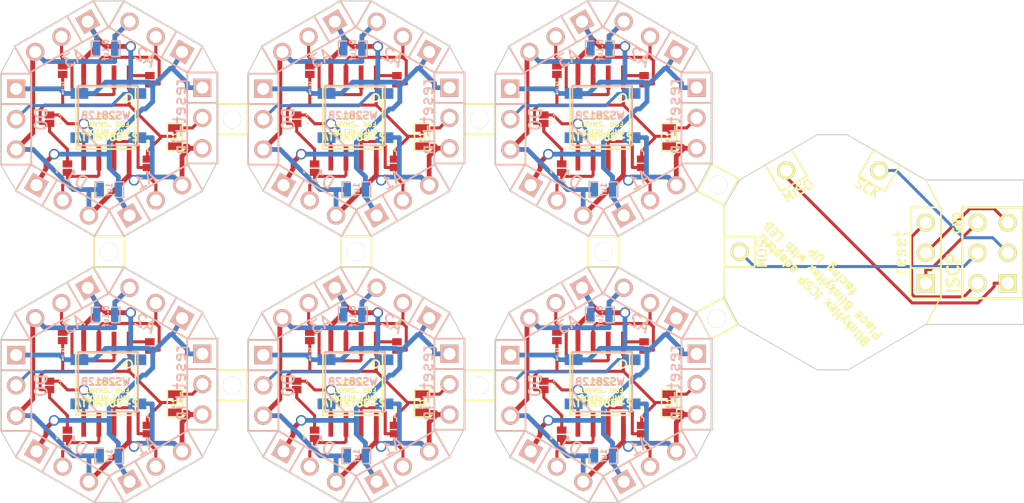
<source format=kicad_pcb>
(kicad_pcb (version 3) (host pcbnew "(2013-07-07 BZR 4022)-stable")
  (layers (15 F.Cu signal) (0 B.Cu signal) (18 B.Paste user) (19 F.Paste user) (20 B.SilkS user) (21 F.SilkS user) (22 B.Mask user) (23 F.Mask user) (28 Edge.Cuts user))
  (net 0 "")
  (net 1 +5V)
  (net 2 0)
  (net 3 0+1)
  (net 4 1)
  (net 5 A1)
  (net 6 A2)
  (net 7 A3)
  (net 8 GND)
  (net 9 N-0000010)
  (net 10 N-0000011)
  (net 11 N-0000012)
  (net 12 N-000007)
  (net 13 N-000008)
  (net 14 N-000009)
  (net 15 reset)
  (module PIN_ARRAY_1 (layer F.Cu) (at 79.9 43.6 28)
    (fp_text reference PIN_ARRAY_1 hide)
    (fp_text value Val** hide)
    (pad 1 thru_hole circle (at 0 0 28) (size 1.524 1.524) (drill 1.524) (layers *.Cu *.Mask F.SilkS))
  )
  (module PIN_ARRAY_1 (layer F.Cu) (at 80 32.4 62)
    (fp_text reference PIN_ARRAY_1 hide)
    (fp_text value Val** hide)
    (pad 1 thru_hole circle (at 0 0 62) (size 1.524 1.524) (drill 1.524) (layers *.Cu *.Mask F.SilkS))
  )
  (module PIN_ARRAY_1 (layer F.Cu) (at 29 38 90)
    (fp_text reference PIN_ARRAY_1 hide)
    (fp_text value Val** hide)
    (pad 1 thru_hole circle (at 0 0 90) (size 1.524 1.524) (drill 1.524) (layers *.Cu *.Mask F.SilkS))
  )
  (module 603_bridge (layer F.Cu) (at 24 49.2 90)
    (fp_text reference P5 hide)
    (fp_text value act-0 (at 0 0.9 90) (layer F.SilkS) (effects (font (size 0.20066 0.20066) (thickness 0.04064))))
    (pad 1 smd rect (at 0.35 0 90) (size 0.6 0.8) (layers F.Cu F.Paste F.Mask) (net 2 0))
    (pad 2 smd rect (at -0.35 0 90) (size 0.6 0.8) (layers F.Cu F.Paste F.Mask) (net 15 reset))
  )
  (module 603_bridge (layer F.Cu) (at 25.5 53.3 270)
    (fp_text reference P4 hide)
    (fp_text value act-1 (at 0 0.9 270) (layer F.SilkS) (effects (font (size 0.20066 0.20066) (thickness 0.04064))))
    (pad 1 smd rect (at 0.35 0 270) (size 0.6 0.8) (layers F.Cu F.Paste F.Mask) (net 4 1))
    (pad 2 smd rect (at -0.35 0 270) (size 0.6 0.8) (layers F.Cu F.Paste F.Mask) (net 15 reset))
  )
  (module 603_bridge (layer F.Cu) (at 32.2 52.9 270)
    (fp_text reference P3 hide)
    (fp_text value act-a1 (at -1.5 0 270) (layer F.SilkS) (effects (font (size 0.20066 0.20066) (thickness 0.04064))))
    (pad 1 smd rect (at 0.35 0 270) (size 0.6 0.8) (layers F.Cu F.Paste F.Mask) (net 5 A1))
    (pad 2 smd rect (at -0.35 0 270) (size 0.6 0.8) (layers F.Cu F.Paste F.Mask) (net 15 reset))
  )
  (module 603_bridge (layer F.Cu) (at 25.1 45.1 90)
    (fp_text reference P2 hide)
    (fp_text value act-a3 (at -1.5 0 90) (layer F.SilkS) (effects (font (size 0.20066 0.20066) (thickness 0.04064))))
    (pad 1 smd rect (at 0.35 0 90) (size 0.6 0.8) (layers F.Cu F.Paste F.Mask) (net 7 A3))
    (pad 2 smd rect (at -0.35 0 90) (size 0.6 0.8) (layers F.Cu F.Paste F.Mask) (net 15 reset))
  )
  (module ws2812b (layer B.Cu) (at 28.9 48.9 180)
    (fp_text reference IC1 hide)
    (fp_text value WS2812B (at 0.2 0 180) (layer B.SilkS) (effects (font (size 0.6 0.6)) (justify mirror)))
    (pad 1 smd rect (at -2.45 1.85 180) (size 1.5 0.9) (layers B.Cu B.Paste B.Mask) (net 3 0+1))
    (pad 2 smd rect (at -2.45 -1.85 180) (size 1.5 0.9) (layers B.Cu B.Paste B.Mask) (net 1 +5V))
    (pad 3 smd rect (at 2.4 -1.85 180) (size 1.5 0.9) (layers B.Cu B.Paste B.Mask) (net 2 0))
    (pad 4 smd rect (at 2.4 1.85 180) (size 1.5 0.9) (layers B.Cu B.Paste B.Mask) (net 8 GND))
  )
  (module PIN_ARRAY_3X1 (layer B.Cu) (at 25 42.3 210)
    (fp_text reference K2 hide)
    (fp_text value A3 (at 0.033975 -2.058846 210) (layer B.SilkS) (effects (font (size 1.016 1.016) (thickness 0.1524)) (justify mirror)))
    (pad 1 thru_hole rect (at -2.54 0 210) (size 1.524 1.524) (drill 1.016) (layers *.Cu *.Mask B.SilkS) (net 8 GND))
    (pad 2 thru_hole circle (at 0 0 210) (size 1.524 1.524) (drill 1.016) (layers *.Cu *.Mask B.SilkS) (net 7 A3))
    (pad 3 thru_hole circle (at 2.54 0 210) (size 1.524 1.524) (drill 1.016) (layers *.Cu *.Mask B.SilkS) (net 1 +5V))
  )
  (module PIN_ARRAY_3X1 (layer B.Cu) (at 32.9 42.3 150)
    (fp_text reference K4 hide)
    (fp_text value A2 (at -0.070577 -1.922243 150) (layer B.SilkS) (effects (font (size 1.016 1.016) (thickness 0.1524)) (justify mirror)))
    (pad 1 thru_hole rect (at -2.54 0 150) (size 1.524 1.524) (drill 1.016) (layers *.Cu *.Mask B.SilkS) (net 8 GND))
    (pad 2 thru_hole circle (at 0 0 150) (size 1.524 1.524) (drill 1.016) (layers *.Cu *.Mask B.SilkS) (net 6 A2))
    (pad 3 thru_hole circle (at 2.54 0 150) (size 1.524 1.524) (drill 1.016) (layers *.Cu *.Mask B.SilkS) (net 1 +5V))
  )
  (module PIN_ARRAY_3X1 (layer B.Cu) (at 32.9 56 30)
    (fp_text reference K3 hide)
    (fp_text value A1 (at 0.070577 -1.922243 30) (layer B.SilkS) (effects (font (size 1.016 1.016) (thickness 0.1524)) (justify mirror)))
    (pad 1 thru_hole rect (at -2.54 0 30) (size 1.524 1.524) (drill 1.016) (layers *.Cu *.Mask B.SilkS) (net 8 GND))
    (pad 2 thru_hole circle (at 0 0 30) (size 1.524 1.524) (drill 1.016) (layers *.Cu *.Mask B.SilkS) (net 5 A1))
    (pad 3 thru_hole circle (at 2.54 0 30) (size 1.524 1.524) (drill 1.016) (layers *.Cu *.Mask B.SilkS) (net 1 +5V))
  )
  (module PIN_ARRAY_3X1 (layer B.Cu) (at 21.2 49.2 270)
    (fp_text reference K1 hide)
    (fp_text value D0 (at 0 -2.1 270) (layer B.SilkS) (effects (font (size 1.016 1.016) (thickness 0.1524)) (justify mirror)))
    (pad 1 thru_hole rect (at -2.54 0 270) (size 1.524 1.524) (drill 1.016) (layers *.Cu *.Mask B.SilkS) (net 8 GND))
    (pad 2 thru_hole circle (at 0 0 270) (size 1.524 1.524) (drill 1.016) (layers *.Cu *.Mask B.SilkS) (net 3 0+1))
    (pad 3 thru_hole circle (at 2.54 0 270) (size 1.524 1.524) (drill 1.016) (layers *.Cu *.Mask B.SilkS) (net 1 +5V))
  )
  (module PIN_ARRAY_3X1 (layer B.Cu) (at 25.1 56 330)
    (fp_text reference K6 hide)
    (fp_text value D1 (at 0.052628 -2.108846 330) (layer B.SilkS) (effects (font (size 1.016 1.016) (thickness 0.1524)) (justify mirror)))
    (pad 1 thru_hole rect (at -2.54 0 330) (size 1.524 1.524) (drill 1.016) (layers *.Cu *.Mask B.SilkS) (net 8 GND))
    (pad 2 thru_hole circle (at 0 0 330) (size 1.524 1.524) (drill 1.016) (layers *.Cu *.Mask B.SilkS) (net 4 1))
    (pad 3 thru_hole circle (at 2.54 0 330) (size 1.524 1.524) (drill 1.016) (layers *.Cu *.Mask B.SilkS) (net 1 +5V))
  )
  (module PIN_ARRAY_3X1 (layer B.Cu) (at 36.8 49.1 270)
    (fp_text reference K5 hide)
    (fp_text value reset+in (at -0.1 1.9 270) (layer B.SilkS) (effects (font (size 1.016 1.016) (thickness 0.1524)) (justify mirror)))
    (pad 1 thru_hole rect (at -2.54 0 270) (size 1.524 1.524) (drill 1.016) (layers *.Cu *.Mask B.SilkS) (net 8 GND))
    (pad 2 thru_hole circle (at 0 0 270) (size 1.524 1.524) (drill 1.016) (layers *.Cu *.Mask B.SilkS) (net 15 reset))
    (pad 3 thru_hole circle (at 2.54 0 270) (size 1.524 1.524) (drill 1.016) (layers *.Cu *.Mask B.SilkS) (net 1 +5V))
  )
  (module SM0603_Capa (layer B.Cu) (at 29 55.1)
    (fp_text reference C2 hide)
    (fp_text value 1uf (at 0 0 270) (layer B.SilkS) (effects (font (size 0.508 0.4572) (thickness 0.1143)) (justify mirror)))
    (pad 1 smd rect (at -0.762 0) (size 0.635 1.143) (layers B.Cu B.Paste B.Mask) (net 1 +5V))
    (pad 2 smd rect (at 0.762 0) (size 0.635 1.143) (layers B.Cu B.Paste B.Mask) (net 8 GND))
  )
  (module SM0603_Capa (layer B.Cu) (at 28.7 43.3 180)
    (fp_text reference C1 hide)
    (fp_text value 0.1uf (at 0 -0.1 450) (layer B.SilkS) (effects (font (size 0.508 0.4572) (thickness 0.1143)) (justify mirror)))
    (pad 1 smd rect (at -0.762 0 180) (size 0.635 1.143) (layers B.Cu B.Paste B.Mask) (net 1 +5V))
    (pad 2 smd rect (at 0.762 0 180) (size 0.635 1.143) (layers B.Cu B.Paste B.Mask) (net 8 GND))
  )
  (module SOIC8_W (layer F.Cu) (at 28.8 49.2 180)
    (fp_text reference IC2 hide)
    (fp_text value ATTINY85-S (at 0 -1.5 180) (layer F.SilkS) (effects (font (size 0.6 0.6))))
    (pad 5 smd rect (at 1.94 -3.3 180) (size 0.4 2) (layers F.Cu F.Paste F.Mask) (net 2 0))
    (pad 6 smd rect (at 0.67 -3.3 180) (size 0.4 2) (layers F.Cu F.Paste F.Mask) (net 4 1))
    (pad 7 smd rect (at -0.6 -3.3 180) (size 0.4 2) (layers F.Cu F.Paste F.Mask) (net 5 A1))
    (pad 8 smd rect (at -1.87 -3.3 180) (size 0.4 2) (layers F.Cu F.Paste F.Mask) (net 1 +5V))
    (pad 1 smd rect (at -1.87 3.5 180) (size 0.4 2) (layers F.Cu F.Paste F.Mask) (net 15 reset))
    (pad 2 smd rect (at -0.6 3.5 180) (size 0.4 2) (layers F.Cu F.Paste F.Mask) (net 7 A3))
    (pad 3 smd rect (at 0.67 3.5 180) (size 0.4 2) (layers F.Cu F.Paste F.Mask) (net 6 A2))
    (pad 4 smd rect (at 1.94 3.5 180) (size 0.4 2) (layers F.Cu F.Paste F.Mask) (net 8 GND))
  )
  (module 603_bridge (layer F.Cu) (at 32.4 45.9 270)
    (fp_text reference P1 hide)
    (fp_text value act-a2 (at -1.5 0 270) (layer F.SilkS) (effects (font (size 0.20066 0.20066) (thickness 0.04064))))
    (pad 1 smd rect (at 0.35 0 270) (size 0.6 0.8) (layers F.Cu F.Paste F.Mask) (net 6 A2))
    (pad 2 smd rect (at -0.35 0 270) (size 0.6 0.8) (layers F.Cu F.Paste F.Mask) (net 15 reset))
  )
  (module SM0603 (layer F.Cu) (at 34.5 50.7 90)
    (fp_text reference R1 (at 0 0 90) (layer F.SilkS) (effects (font (size 0.508 0.4572) (thickness 0.1143))))
    (fp_text value 10k hide)
    (pad 1 smd rect (at -0.762 0 90) (size 0.635 1.143) (layers F.Cu F.Paste F.Mask) (net 1 +5V))
    (pad 2 smd rect (at 0.762 0 90) (size 0.635 1.143) (layers F.Cu F.Paste F.Mask) (net 15 reset))
  )
  (module PIN_ARRAY_1 (layer F.Cu) (at 49.7 38 90)
    (fp_text reference PIN_ARRAY_1 hide)
    (fp_text value Val** hide)
    (pad 1 thru_hole circle (at 0 0 90) (size 1.524 1.524) (drill 1.524) (layers *.Cu *.Mask F.SilkS))
  )
  (module 603_bridge (layer F.Cu) (at 44.7 49.2 90)
    (fp_text reference P5 hide)
    (fp_text value act-0 (at 0 0.9 90) (layer F.SilkS) (effects (font (size 0.20066 0.20066) (thickness 0.04064))))
    (pad 1 smd rect (at 0.35 0 90) (size 0.6 0.8) (layers F.Cu F.Paste F.Mask) (net 2 0))
    (pad 2 smd rect (at -0.35 0 90) (size 0.6 0.8) (layers F.Cu F.Paste F.Mask) (net 15 reset))
  )
  (module 603_bridge (layer F.Cu) (at 46.2 53.3 270)
    (fp_text reference P4 hide)
    (fp_text value act-1 (at 0 0.9 270) (layer F.SilkS) (effects (font (size 0.20066 0.20066) (thickness 0.04064))))
    (pad 1 smd rect (at 0.35 0 270) (size 0.6 0.8) (layers F.Cu F.Paste F.Mask) (net 4 1))
    (pad 2 smd rect (at -0.35 0 270) (size 0.6 0.8) (layers F.Cu F.Paste F.Mask) (net 15 reset))
  )
  (module 603_bridge (layer F.Cu) (at 52.9 52.9 270)
    (fp_text reference P3 hide)
    (fp_text value act-a1 (at -1.5 0 270) (layer F.SilkS) (effects (font (size 0.20066 0.20066) (thickness 0.04064))))
    (pad 1 smd rect (at 0.35 0 270) (size 0.6 0.8) (layers F.Cu F.Paste F.Mask) (net 5 A1))
    (pad 2 smd rect (at -0.35 0 270) (size 0.6 0.8) (layers F.Cu F.Paste F.Mask) (net 15 reset))
  )
  (module 603_bridge (layer F.Cu) (at 45.8 45.1 90)
    (fp_text reference P2 hide)
    (fp_text value act-a3 (at -1.5 0 90) (layer F.SilkS) (effects (font (size 0.20066 0.20066) (thickness 0.04064))))
    (pad 1 smd rect (at 0.35 0 90) (size 0.6 0.8) (layers F.Cu F.Paste F.Mask) (net 7 A3))
    (pad 2 smd rect (at -0.35 0 90) (size 0.6 0.8) (layers F.Cu F.Paste F.Mask) (net 15 reset))
  )
  (module ws2812b (layer B.Cu) (at 49.6 48.9 180)
    (fp_text reference IC1 hide)
    (fp_text value WS2812B (at 0.2 0 180) (layer B.SilkS) (effects (font (size 0.6 0.6)) (justify mirror)))
    (pad 1 smd rect (at -2.45 1.85 180) (size 1.5 0.9) (layers B.Cu B.Paste B.Mask) (net 3 0+1))
    (pad 2 smd rect (at -2.45 -1.85 180) (size 1.5 0.9) (layers B.Cu B.Paste B.Mask) (net 1 +5V))
    (pad 3 smd rect (at 2.4 -1.85 180) (size 1.5 0.9) (layers B.Cu B.Paste B.Mask) (net 2 0))
    (pad 4 smd rect (at 2.4 1.85 180) (size 1.5 0.9) (layers B.Cu B.Paste B.Mask) (net 8 GND))
  )
  (module PIN_ARRAY_3X1 (layer B.Cu) (at 45.7 42.3 210)
    (fp_text reference K2 hide)
    (fp_text value A3 (at 0.033975 -2.058846 210) (layer B.SilkS) (effects (font (size 1.016 1.016) (thickness 0.1524)) (justify mirror)))
    (pad 1 thru_hole rect (at -2.54 0 210) (size 1.524 1.524) (drill 1.016) (layers *.Cu *.Mask B.SilkS) (net 8 GND))
    (pad 2 thru_hole circle (at 0 0 210) (size 1.524 1.524) (drill 1.016) (layers *.Cu *.Mask B.SilkS) (net 7 A3))
    (pad 3 thru_hole circle (at 2.54 0 210) (size 1.524 1.524) (drill 1.016) (layers *.Cu *.Mask B.SilkS) (net 1 +5V))
  )
  (module PIN_ARRAY_3X1 (layer B.Cu) (at 53.6 42.3 150)
    (fp_text reference K4 hide)
    (fp_text value A2 (at -0.070577 -1.922243 150) (layer B.SilkS) (effects (font (size 1.016 1.016) (thickness 0.1524)) (justify mirror)))
    (pad 1 thru_hole rect (at -2.54 0 150) (size 1.524 1.524) (drill 1.016) (layers *.Cu *.Mask B.SilkS) (net 8 GND))
    (pad 2 thru_hole circle (at 0 0 150) (size 1.524 1.524) (drill 1.016) (layers *.Cu *.Mask B.SilkS) (net 6 A2))
    (pad 3 thru_hole circle (at 2.54 0 150) (size 1.524 1.524) (drill 1.016) (layers *.Cu *.Mask B.SilkS) (net 1 +5V))
  )
  (module PIN_ARRAY_3X1 (layer B.Cu) (at 53.6 56 30)
    (fp_text reference K3 hide)
    (fp_text value A1 (at 0.070577 -1.922243 30) (layer B.SilkS) (effects (font (size 1.016 1.016) (thickness 0.1524)) (justify mirror)))
    (pad 1 thru_hole rect (at -2.54 0 30) (size 1.524 1.524) (drill 1.016) (layers *.Cu *.Mask B.SilkS) (net 8 GND))
    (pad 2 thru_hole circle (at 0 0 30) (size 1.524 1.524) (drill 1.016) (layers *.Cu *.Mask B.SilkS) (net 5 A1))
    (pad 3 thru_hole circle (at 2.54 0 30) (size 1.524 1.524) (drill 1.016) (layers *.Cu *.Mask B.SilkS) (net 1 +5V))
  )
  (module PIN_ARRAY_3X1 (layer B.Cu) (at 41.9 49.2 270)
    (fp_text reference K1 hide)
    (fp_text value D0 (at 0 -2.1 270) (layer B.SilkS) (effects (font (size 1.016 1.016) (thickness 0.1524)) (justify mirror)))
    (pad 1 thru_hole rect (at -2.54 0 270) (size 1.524 1.524) (drill 1.016) (layers *.Cu *.Mask B.SilkS) (net 8 GND))
    (pad 2 thru_hole circle (at 0 0 270) (size 1.524 1.524) (drill 1.016) (layers *.Cu *.Mask B.SilkS) (net 3 0+1))
    (pad 3 thru_hole circle (at 2.54 0 270) (size 1.524 1.524) (drill 1.016) (layers *.Cu *.Mask B.SilkS) (net 1 +5V))
  )
  (module PIN_ARRAY_3X1 (layer B.Cu) (at 45.8 56 330)
    (fp_text reference K6 hide)
    (fp_text value D1 (at 0.052628 -2.108846 330) (layer B.SilkS) (effects (font (size 1.016 1.016) (thickness 0.1524)) (justify mirror)))
    (pad 1 thru_hole rect (at -2.54 0 330) (size 1.524 1.524) (drill 1.016) (layers *.Cu *.Mask B.SilkS) (net 8 GND))
    (pad 2 thru_hole circle (at 0 0 330) (size 1.524 1.524) (drill 1.016) (layers *.Cu *.Mask B.SilkS) (net 4 1))
    (pad 3 thru_hole circle (at 2.54 0 330) (size 1.524 1.524) (drill 1.016) (layers *.Cu *.Mask B.SilkS) (net 1 +5V))
  )
  (module PIN_ARRAY_3X1 (layer B.Cu) (at 57.5 49.1 270)
    (fp_text reference K5 hide)
    (fp_text value reset+in (at -0.1 1.9 270) (layer B.SilkS) (effects (font (size 1.016 1.016) (thickness 0.1524)) (justify mirror)))
    (pad 1 thru_hole rect (at -2.54 0 270) (size 1.524 1.524) (drill 1.016) (layers *.Cu *.Mask B.SilkS) (net 8 GND))
    (pad 2 thru_hole circle (at 0 0 270) (size 1.524 1.524) (drill 1.016) (layers *.Cu *.Mask B.SilkS) (net 15 reset))
    (pad 3 thru_hole circle (at 2.54 0 270) (size 1.524 1.524) (drill 1.016) (layers *.Cu *.Mask B.SilkS) (net 1 +5V))
  )
  (module SM0603_Capa (layer B.Cu) (at 49.7 55.1)
    (fp_text reference C2 hide)
    (fp_text value 1uf (at 0 0 270) (layer B.SilkS) (effects (font (size 0.508 0.4572) (thickness 0.1143)) (justify mirror)))
    (pad 1 smd rect (at -0.762 0) (size 0.635 1.143) (layers B.Cu B.Paste B.Mask) (net 1 +5V))
    (pad 2 smd rect (at 0.762 0) (size 0.635 1.143) (layers B.Cu B.Paste B.Mask) (net 8 GND))
  )
  (module SM0603_Capa (layer B.Cu) (at 49.4 43.3 180)
    (fp_text reference C1 hide)
    (fp_text value 0.1uf (at 0 -0.1 450) (layer B.SilkS) (effects (font (size 0.508 0.4572) (thickness 0.1143)) (justify mirror)))
    (pad 1 smd rect (at -0.762 0 180) (size 0.635 1.143) (layers B.Cu B.Paste B.Mask) (net 1 +5V))
    (pad 2 smd rect (at 0.762 0 180) (size 0.635 1.143) (layers B.Cu B.Paste B.Mask) (net 8 GND))
  )
  (module SOIC8_W (layer F.Cu) (at 49.5 49.2 180)
    (fp_text reference IC2 hide)
    (fp_text value ATTINY85-S (at 0 -1.5 180) (layer F.SilkS) (effects (font (size 0.6 0.6))))
    (pad 5 smd rect (at 1.94 -3.3 180) (size 0.4 2) (layers F.Cu F.Paste F.Mask) (net 2 0))
    (pad 6 smd rect (at 0.67 -3.3 180) (size 0.4 2) (layers F.Cu F.Paste F.Mask) (net 4 1))
    (pad 7 smd rect (at -0.6 -3.3 180) (size 0.4 2) (layers F.Cu F.Paste F.Mask) (net 5 A1))
    (pad 8 smd rect (at -1.87 -3.3 180) (size 0.4 2) (layers F.Cu F.Paste F.Mask) (net 1 +5V))
    (pad 1 smd rect (at -1.87 3.5 180) (size 0.4 2) (layers F.Cu F.Paste F.Mask) (net 15 reset))
    (pad 2 smd rect (at -0.6 3.5 180) (size 0.4 2) (layers F.Cu F.Paste F.Mask) (net 7 A3))
    (pad 3 smd rect (at 0.67 3.5 180) (size 0.4 2) (layers F.Cu F.Paste F.Mask) (net 6 A2))
    (pad 4 smd rect (at 1.94 3.5 180) (size 0.4 2) (layers F.Cu F.Paste F.Mask) (net 8 GND))
  )
  (module 603_bridge (layer F.Cu) (at 53.1 45.9 270)
    (fp_text reference P1 hide)
    (fp_text value act-a2 (at -1.5 0 270) (layer F.SilkS) (effects (font (size 0.20066 0.20066) (thickness 0.04064))))
    (pad 1 smd rect (at 0.35 0 270) (size 0.6 0.8) (layers F.Cu F.Paste F.Mask) (net 6 A2))
    (pad 2 smd rect (at -0.35 0 270) (size 0.6 0.8) (layers F.Cu F.Paste F.Mask) (net 15 reset))
  )
  (module SM0603 (layer F.Cu) (at 55.2 50.7 90)
    (fp_text reference R1 (at 0 0 90) (layer F.SilkS) (effects (font (size 0.508 0.4572) (thickness 0.1143))))
    (fp_text value 10k hide)
    (pad 1 smd rect (at -0.762 0 90) (size 0.635 1.143) (layers F.Cu F.Paste F.Mask) (net 1 +5V))
    (pad 2 smd rect (at 0.762 0 90) (size 0.635 1.143) (layers F.Cu F.Paste F.Mask) (net 15 reset))
  )
  (module PIN_ARRAY_1 (layer F.Cu) (at 39.3 49.2 90)
    (fp_text reference PIN_ARRAY_1 hide)
    (fp_text value Val** hide)
    (pad 1 thru_hole circle (at 0 0 90) (size 1.524 1.524) (drill 1.524) (layers *.Cu *.Mask F.SilkS))
  )
  (module PIN_ARRAY_1 (layer F.Cu) (at 70.4 38 90)
    (fp_text reference PIN_ARRAY_1 hide)
    (fp_text value Val** hide)
    (pad 1 thru_hole circle (at 0 0 90) (size 1.524 1.524) (drill 1.524) (layers *.Cu *.Mask F.SilkS))
  )
  (module 603_bridge (layer F.Cu) (at 65.4 49.2 90)
    (fp_text reference P5 hide)
    (fp_text value act-0 (at 0 0.9 90) (layer F.SilkS) (effects (font (size 0.20066 0.20066) (thickness 0.04064))))
    (pad 1 smd rect (at 0.35 0 90) (size 0.6 0.8) (layers F.Cu F.Paste F.Mask) (net 2 0))
    (pad 2 smd rect (at -0.35 0 90) (size 0.6 0.8) (layers F.Cu F.Paste F.Mask) (net 15 reset))
  )
  (module 603_bridge (layer F.Cu) (at 66.9 53.3 270)
    (fp_text reference P4 hide)
    (fp_text value act-1 (at 0 0.9 270) (layer F.SilkS) (effects (font (size 0.20066 0.20066) (thickness 0.04064))))
    (pad 1 smd rect (at 0.35 0 270) (size 0.6 0.8) (layers F.Cu F.Paste F.Mask) (net 4 1))
    (pad 2 smd rect (at -0.35 0 270) (size 0.6 0.8) (layers F.Cu F.Paste F.Mask) (net 15 reset))
  )
  (module 603_bridge (layer F.Cu) (at 73.6 52.9 270)
    (fp_text reference P3 hide)
    (fp_text value act-a1 (at -1.5 0 270) (layer F.SilkS) (effects (font (size 0.20066 0.20066) (thickness 0.04064))))
    (pad 1 smd rect (at 0.35 0 270) (size 0.6 0.8) (layers F.Cu F.Paste F.Mask) (net 5 A1))
    (pad 2 smd rect (at -0.35 0 270) (size 0.6 0.8) (layers F.Cu F.Paste F.Mask) (net 15 reset))
  )
  (module 603_bridge (layer F.Cu) (at 66.5 45.1 90)
    (fp_text reference P2 hide)
    (fp_text value act-a3 (at -1.5 0 90) (layer F.SilkS) (effects (font (size 0.20066 0.20066) (thickness 0.04064))))
    (pad 1 smd rect (at 0.35 0 90) (size 0.6 0.8) (layers F.Cu F.Paste F.Mask) (net 7 A3))
    (pad 2 smd rect (at -0.35 0 90) (size 0.6 0.8) (layers F.Cu F.Paste F.Mask) (net 15 reset))
  )
  (module ws2812b (layer B.Cu) (at 70.3 48.9 180)
    (fp_text reference IC1 hide)
    (fp_text value WS2812B (at 0.2 0 180) (layer B.SilkS) (effects (font (size 0.6 0.6)) (justify mirror)))
    (pad 1 smd rect (at -2.45 1.85 180) (size 1.5 0.9) (layers B.Cu B.Paste B.Mask) (net 3 0+1))
    (pad 2 smd rect (at -2.45 -1.85 180) (size 1.5 0.9) (layers B.Cu B.Paste B.Mask) (net 1 +5V))
    (pad 3 smd rect (at 2.4 -1.85 180) (size 1.5 0.9) (layers B.Cu B.Paste B.Mask) (net 2 0))
    (pad 4 smd rect (at 2.4 1.85 180) (size 1.5 0.9) (layers B.Cu B.Paste B.Mask) (net 8 GND))
  )
  (module PIN_ARRAY_3X1 (layer B.Cu) (at 66.4 42.3 210)
    (fp_text reference K2 hide)
    (fp_text value A3 (at 0.033975 -2.058846 210) (layer B.SilkS) (effects (font (size 1.016 1.016) (thickness 0.1524)) (justify mirror)))
    (pad 1 thru_hole rect (at -2.54 0 210) (size 1.524 1.524) (drill 1.016) (layers *.Cu *.Mask B.SilkS) (net 8 GND))
    (pad 2 thru_hole circle (at 0 0 210) (size 1.524 1.524) (drill 1.016) (layers *.Cu *.Mask B.SilkS) (net 7 A3))
    (pad 3 thru_hole circle (at 2.54 0 210) (size 1.524 1.524) (drill 1.016) (layers *.Cu *.Mask B.SilkS) (net 1 +5V))
  )
  (module PIN_ARRAY_3X1 (layer B.Cu) (at 74.3 42.3 150)
    (fp_text reference K4 hide)
    (fp_text value A2 (at -0.070577 -1.922243 150) (layer B.SilkS) (effects (font (size 1.016 1.016) (thickness 0.1524)) (justify mirror)))
    (pad 1 thru_hole rect (at -2.54 0 150) (size 1.524 1.524) (drill 1.016) (layers *.Cu *.Mask B.SilkS) (net 8 GND))
    (pad 2 thru_hole circle (at 0 0 150) (size 1.524 1.524) (drill 1.016) (layers *.Cu *.Mask B.SilkS) (net 6 A2))
    (pad 3 thru_hole circle (at 2.54 0 150) (size 1.524 1.524) (drill 1.016) (layers *.Cu *.Mask B.SilkS) (net 1 +5V))
  )
  (module PIN_ARRAY_3X1 (layer B.Cu) (at 74.3 56 30)
    (fp_text reference K3 hide)
    (fp_text value A1 (at 0.070577 -1.922243 30) (layer B.SilkS) (effects (font (size 1.016 1.016) (thickness 0.1524)) (justify mirror)))
    (pad 1 thru_hole rect (at -2.54 0 30) (size 1.524 1.524) (drill 1.016) (layers *.Cu *.Mask B.SilkS) (net 8 GND))
    (pad 2 thru_hole circle (at 0 0 30) (size 1.524 1.524) (drill 1.016) (layers *.Cu *.Mask B.SilkS) (net 5 A1))
    (pad 3 thru_hole circle (at 2.54 0 30) (size 1.524 1.524) (drill 1.016) (layers *.Cu *.Mask B.SilkS) (net 1 +5V))
  )
  (module PIN_ARRAY_3X1 (layer B.Cu) (at 62.6 49.2 270)
    (fp_text reference K1 hide)
    (fp_text value D0 (at 0 -2.1 270) (layer B.SilkS) (effects (font (size 1.016 1.016) (thickness 0.1524)) (justify mirror)))
    (pad 1 thru_hole rect (at -2.54 0 270) (size 1.524 1.524) (drill 1.016) (layers *.Cu *.Mask B.SilkS) (net 8 GND))
    (pad 2 thru_hole circle (at 0 0 270) (size 1.524 1.524) (drill 1.016) (layers *.Cu *.Mask B.SilkS) (net 3 0+1))
    (pad 3 thru_hole circle (at 2.54 0 270) (size 1.524 1.524) (drill 1.016) (layers *.Cu *.Mask B.SilkS) (net 1 +5V))
  )
  (module PIN_ARRAY_3X1 (layer B.Cu) (at 66.5 56 330)
    (fp_text reference K6 hide)
    (fp_text value D1 (at 0.052628 -2.108846 330) (layer B.SilkS) (effects (font (size 1.016 1.016) (thickness 0.1524)) (justify mirror)))
    (pad 1 thru_hole rect (at -2.54 0 330) (size 1.524 1.524) (drill 1.016) (layers *.Cu *.Mask B.SilkS) (net 8 GND))
    (pad 2 thru_hole circle (at 0 0 330) (size 1.524 1.524) (drill 1.016) (layers *.Cu *.Mask B.SilkS) (net 4 1))
    (pad 3 thru_hole circle (at 2.54 0 330) (size 1.524 1.524) (drill 1.016) (layers *.Cu *.Mask B.SilkS) (net 1 +5V))
  )
  (module PIN_ARRAY_3X1 (layer B.Cu) (at 78.2 49.1 270)
    (fp_text reference K5 hide)
    (fp_text value reset+in (at -0.1 1.9 270) (layer B.SilkS) (effects (font (size 1.016 1.016) (thickness 0.1524)) (justify mirror)))
    (pad 1 thru_hole rect (at -2.54 0 270) (size 1.524 1.524) (drill 1.016) (layers *.Cu *.Mask B.SilkS) (net 8 GND))
    (pad 2 thru_hole circle (at 0 0 270) (size 1.524 1.524) (drill 1.016) (layers *.Cu *.Mask B.SilkS) (net 15 reset))
    (pad 3 thru_hole circle (at 2.54 0 270) (size 1.524 1.524) (drill 1.016) (layers *.Cu *.Mask B.SilkS) (net 1 +5V))
  )
  (module SM0603_Capa (layer B.Cu) (at 70.4 55.1)
    (fp_text reference C2 hide)
    (fp_text value 1uf (at 0 0 270) (layer B.SilkS) (effects (font (size 0.508 0.4572) (thickness 0.1143)) (justify mirror)))
    (pad 1 smd rect (at -0.762 0) (size 0.635 1.143) (layers B.Cu B.Paste B.Mask) (net 1 +5V))
    (pad 2 smd rect (at 0.762 0) (size 0.635 1.143) (layers B.Cu B.Paste B.Mask) (net 8 GND))
  )
  (module SM0603_Capa (layer B.Cu) (at 70.1 43.3 180)
    (fp_text reference C1 hide)
    (fp_text value 0.1uf (at 0 -0.1 450) (layer B.SilkS) (effects (font (size 0.508 0.4572) (thickness 0.1143)) (justify mirror)))
    (pad 1 smd rect (at -0.762 0 180) (size 0.635 1.143) (layers B.Cu B.Paste B.Mask) (net 1 +5V))
    (pad 2 smd rect (at 0.762 0 180) (size 0.635 1.143) (layers B.Cu B.Paste B.Mask) (net 8 GND))
  )
  (module SOIC8_W (layer F.Cu) (at 70.2 49.2 180)
    (fp_text reference IC2 hide)
    (fp_text value ATTINY85-S (at 0 -1.5 180) (layer F.SilkS) (effects (font (size 0.6 0.6))))
    (pad 5 smd rect (at 1.94 -3.3 180) (size 0.4 2) (layers F.Cu F.Paste F.Mask) (net 2 0))
    (pad 6 smd rect (at 0.67 -3.3 180) (size 0.4 2) (layers F.Cu F.Paste F.Mask) (net 4 1))
    (pad 7 smd rect (at -0.6 -3.3 180) (size 0.4 2) (layers F.Cu F.Paste F.Mask) (net 5 A1))
    (pad 8 smd rect (at -1.87 -3.3 180) (size 0.4 2) (layers F.Cu F.Paste F.Mask) (net 1 +5V))
    (pad 1 smd rect (at -1.87 3.5 180) (size 0.4 2) (layers F.Cu F.Paste F.Mask) (net 15 reset))
    (pad 2 smd rect (at -0.6 3.5 180) (size 0.4 2) (layers F.Cu F.Paste F.Mask) (net 7 A3))
    (pad 3 smd rect (at 0.67 3.5 180) (size 0.4 2) (layers F.Cu F.Paste F.Mask) (net 6 A2))
    (pad 4 smd rect (at 1.94 3.5 180) (size 0.4 2) (layers F.Cu F.Paste F.Mask) (net 8 GND))
  )
  (module 603_bridge (layer F.Cu) (at 73.8 45.9 270)
    (fp_text reference P1 hide)
    (fp_text value act-a2 (at -1.5 0 270) (layer F.SilkS) (effects (font (size 0.20066 0.20066) (thickness 0.04064))))
    (pad 1 smd rect (at 0.35 0 270) (size 0.6 0.8) (layers F.Cu F.Paste F.Mask) (net 6 A2))
    (pad 2 smd rect (at -0.35 0 270) (size 0.6 0.8) (layers F.Cu F.Paste F.Mask) (net 15 reset))
  )
  (module SM0603 (layer F.Cu) (at 75.9 50.7 90)
    (fp_text reference R1 (at 0 0 90) (layer F.SilkS) (effects (font (size 0.508 0.4572) (thickness 0.1143))))
    (fp_text value 10k hide)
    (pad 1 smd rect (at -0.762 0 90) (size 0.635 1.143) (layers F.Cu F.Paste F.Mask) (net 1 +5V))
    (pad 2 smd rect (at 0.762 0 90) (size 0.635 1.143) (layers F.Cu F.Paste F.Mask) (net 15 reset))
  )
  (module PIN_ARRAY_1 (layer F.Cu) (at 60 49.2 90)
    (fp_text reference PIN_ARRAY_1 hide)
    (fp_text value Val** hide)
    (pad 1 thru_hole circle (at 0 0 90) (size 1.524 1.524) (drill 1.524) (layers *.Cu *.Mask F.SilkS))
  )
  (module PIN_ARRAY_1 (layer F.Cu) (at 60 26.9 90)
    (fp_text reference PIN_ARRAY_1 hide)
    (fp_text value Val** hide)
    (pad 1 thru_hole circle (at 0 0 90) (size 1.524 1.524) (drill 1.524) (layers *.Cu *.Mask F.SilkS))
  )
  (module SM0603 (layer F.Cu) (at 75.9 28.4 90)
    (fp_text reference R1 (at 0 0 90) (layer F.SilkS) (effects (font (size 0.508 0.4572) (thickness 0.1143))))
    (fp_text value 10k hide)
    (pad 1 smd rect (at -0.762 0 90) (size 0.635 1.143) (layers F.Cu F.Paste F.Mask) (net 1 +5V))
    (pad 2 smd rect (at 0.762 0 90) (size 0.635 1.143) (layers F.Cu F.Paste F.Mask) (net 15 reset))
  )
  (module 603_bridge (layer F.Cu) (at 73.8 23.6 270)
    (fp_text reference P1 hide)
    (fp_text value act-a2 (at -1.5 0 270) (layer F.SilkS) (effects (font (size 0.20066 0.20066) (thickness 0.04064))))
    (pad 1 smd rect (at 0.35 0 270) (size 0.6 0.8) (layers F.Cu F.Paste F.Mask) (net 6 A2))
    (pad 2 smd rect (at -0.35 0 270) (size 0.6 0.8) (layers F.Cu F.Paste F.Mask) (net 15 reset))
  )
  (module SOIC8_W (layer F.Cu) (at 70.2 26.9 180)
    (fp_text reference IC2 hide)
    (fp_text value ATTINY85-S (at 0 -1.5 180) (layer F.SilkS) (effects (font (size 0.6 0.6))))
    (pad 5 smd rect (at 1.94 -3.3 180) (size 0.4 2) (layers F.Cu F.Paste F.Mask) (net 2 0))
    (pad 6 smd rect (at 0.67 -3.3 180) (size 0.4 2) (layers F.Cu F.Paste F.Mask) (net 4 1))
    (pad 7 smd rect (at -0.6 -3.3 180) (size 0.4 2) (layers F.Cu F.Paste F.Mask) (net 5 A1))
    (pad 8 smd rect (at -1.87 -3.3 180) (size 0.4 2) (layers F.Cu F.Paste F.Mask) (net 1 +5V))
    (pad 1 smd rect (at -1.87 3.5 180) (size 0.4 2) (layers F.Cu F.Paste F.Mask) (net 15 reset))
    (pad 2 smd rect (at -0.6 3.5 180) (size 0.4 2) (layers F.Cu F.Paste F.Mask) (net 7 A3))
    (pad 3 smd rect (at 0.67 3.5 180) (size 0.4 2) (layers F.Cu F.Paste F.Mask) (net 6 A2))
    (pad 4 smd rect (at 1.94 3.5 180) (size 0.4 2) (layers F.Cu F.Paste F.Mask) (net 8 GND))
  )
  (module SM0603_Capa (layer B.Cu) (at 70.1 21 180)
    (fp_text reference C1 hide)
    (fp_text value 0.1uf (at 0 -0.1 450) (layer B.SilkS) (effects (font (size 0.508 0.4572) (thickness 0.1143)) (justify mirror)))
    (pad 1 smd rect (at -0.762 0 180) (size 0.635 1.143) (layers B.Cu B.Paste B.Mask) (net 1 +5V))
    (pad 2 smd rect (at 0.762 0 180) (size 0.635 1.143) (layers B.Cu B.Paste B.Mask) (net 8 GND))
  )
  (module SM0603_Capa (layer B.Cu) (at 70.4 32.8)
    (fp_text reference C2 hide)
    (fp_text value 1uf (at 0 0 270) (layer B.SilkS) (effects (font (size 0.508 0.4572) (thickness 0.1143)) (justify mirror)))
    (pad 1 smd rect (at -0.762 0) (size 0.635 1.143) (layers B.Cu B.Paste B.Mask) (net 1 +5V))
    (pad 2 smd rect (at 0.762 0) (size 0.635 1.143) (layers B.Cu B.Paste B.Mask) (net 8 GND))
  )
  (module PIN_ARRAY_3X1 (layer B.Cu) (at 78.2 26.8 270)
    (fp_text reference K5 hide)
    (fp_text value reset+in (at -0.1 1.9 270) (layer B.SilkS) (effects (font (size 1.016 1.016) (thickness 0.1524)) (justify mirror)))
    (pad 1 thru_hole rect (at -2.54 0 270) (size 1.524 1.524) (drill 1.016) (layers *.Cu *.Mask B.SilkS) (net 8 GND))
    (pad 2 thru_hole circle (at 0 0 270) (size 1.524 1.524) (drill 1.016) (layers *.Cu *.Mask B.SilkS) (net 15 reset))
    (pad 3 thru_hole circle (at 2.54 0 270) (size 1.524 1.524) (drill 1.016) (layers *.Cu *.Mask B.SilkS) (net 1 +5V))
  )
  (module PIN_ARRAY_3X1 (layer B.Cu) (at 66.5 33.7 330)
    (fp_text reference K6 hide)
    (fp_text value D1 (at 0.052628 -2.108846 330) (layer B.SilkS) (effects (font (size 1.016 1.016) (thickness 0.1524)) (justify mirror)))
    (pad 1 thru_hole rect (at -2.54 0 330) (size 1.524 1.524) (drill 1.016) (layers *.Cu *.Mask B.SilkS) (net 8 GND))
    (pad 2 thru_hole circle (at 0 0 330) (size 1.524 1.524) (drill 1.016) (layers *.Cu *.Mask B.SilkS) (net 4 1))
    (pad 3 thru_hole circle (at 2.54 0 330) (size 1.524 1.524) (drill 1.016) (layers *.Cu *.Mask B.SilkS) (net 1 +5V))
  )
  (module PIN_ARRAY_3X1 (layer B.Cu) (at 62.6 26.9 270)
    (fp_text reference K1 hide)
    (fp_text value D0 (at 0 -2.1 270) (layer B.SilkS) (effects (font (size 1.016 1.016) (thickness 0.1524)) (justify mirror)))
    (pad 1 thru_hole rect (at -2.54 0 270) (size 1.524 1.524) (drill 1.016) (layers *.Cu *.Mask B.SilkS) (net 8 GND))
    (pad 2 thru_hole circle (at 0 0 270) (size 1.524 1.524) (drill 1.016) (layers *.Cu *.Mask B.SilkS) (net 3 0+1))
    (pad 3 thru_hole circle (at 2.54 0 270) (size 1.524 1.524) (drill 1.016) (layers *.Cu *.Mask B.SilkS) (net 1 +5V))
  )
  (module PIN_ARRAY_3X1 (layer B.Cu) (at 74.3 33.7 30)
    (fp_text reference K3 hide)
    (fp_text value A1 (at 0.070577 -1.922243 30) (layer B.SilkS) (effects (font (size 1.016 1.016) (thickness 0.1524)) (justify mirror)))
    (pad 1 thru_hole rect (at -2.54 0 30) (size 1.524 1.524) (drill 1.016) (layers *.Cu *.Mask B.SilkS) (net 8 GND))
    (pad 2 thru_hole circle (at 0 0 30) (size 1.524 1.524) (drill 1.016) (layers *.Cu *.Mask B.SilkS) (net 5 A1))
    (pad 3 thru_hole circle (at 2.54 0 30) (size 1.524 1.524) (drill 1.016) (layers *.Cu *.Mask B.SilkS) (net 1 +5V))
  )
  (module PIN_ARRAY_3X1 (layer B.Cu) (at 74.3 20 150)
    (fp_text reference K4 hide)
    (fp_text value A2 (at -0.070577 -1.922243 150) (layer B.SilkS) (effects (font (size 1.016 1.016) (thickness 0.1524)) (justify mirror)))
    (pad 1 thru_hole rect (at -2.54 0 150) (size 1.524 1.524) (drill 1.016) (layers *.Cu *.Mask B.SilkS) (net 8 GND))
    (pad 2 thru_hole circle (at 0 0 150) (size 1.524 1.524) (drill 1.016) (layers *.Cu *.Mask B.SilkS) (net 6 A2))
    (pad 3 thru_hole circle (at 2.54 0 150) (size 1.524 1.524) (drill 1.016) (layers *.Cu *.Mask B.SilkS) (net 1 +5V))
  )
  (module PIN_ARRAY_3X1 (layer B.Cu) (at 66.4 20 210)
    (fp_text reference K2 hide)
    (fp_text value A3 (at 0.033975 -2.058846 210) (layer B.SilkS) (effects (font (size 1.016 1.016) (thickness 0.1524)) (justify mirror)))
    (pad 1 thru_hole rect (at -2.54 0 210) (size 1.524 1.524) (drill 1.016) (layers *.Cu *.Mask B.SilkS) (net 8 GND))
    (pad 2 thru_hole circle (at 0 0 210) (size 1.524 1.524) (drill 1.016) (layers *.Cu *.Mask B.SilkS) (net 7 A3))
    (pad 3 thru_hole circle (at 2.54 0 210) (size 1.524 1.524) (drill 1.016) (layers *.Cu *.Mask B.SilkS) (net 1 +5V))
  )
  (module ws2812b (layer B.Cu) (at 70.3 26.6 180)
    (fp_text reference IC1 hide)
    (fp_text value WS2812B (at 0.2 0 180) (layer B.SilkS) (effects (font (size 0.6 0.6)) (justify mirror)))
    (pad 1 smd rect (at -2.45 1.85 180) (size 1.5 0.9) (layers B.Cu B.Paste B.Mask) (net 3 0+1))
    (pad 2 smd rect (at -2.45 -1.85 180) (size 1.5 0.9) (layers B.Cu B.Paste B.Mask) (net 1 +5V))
    (pad 3 smd rect (at 2.4 -1.85 180) (size 1.5 0.9) (layers B.Cu B.Paste B.Mask) (net 2 0))
    (pad 4 smd rect (at 2.4 1.85 180) (size 1.5 0.9) (layers B.Cu B.Paste B.Mask) (net 8 GND))
  )
  (module 603_bridge (layer F.Cu) (at 66.5 22.8 90)
    (fp_text reference P2 hide)
    (fp_text value act-a3 (at -1.5 0 90) (layer F.SilkS) (effects (font (size 0.20066 0.20066) (thickness 0.04064))))
    (pad 1 smd rect (at 0.35 0 90) (size 0.6 0.8) (layers F.Cu F.Paste F.Mask) (net 7 A3))
    (pad 2 smd rect (at -0.35 0 90) (size 0.6 0.8) (layers F.Cu F.Paste F.Mask) (net 15 reset))
  )
  (module 603_bridge (layer F.Cu) (at 73.6 30.6 270)
    (fp_text reference P3 hide)
    (fp_text value act-a1 (at -1.5 0 270) (layer F.SilkS) (effects (font (size 0.20066 0.20066) (thickness 0.04064))))
    (pad 1 smd rect (at 0.35 0 270) (size 0.6 0.8) (layers F.Cu F.Paste F.Mask) (net 5 A1))
    (pad 2 smd rect (at -0.35 0 270) (size 0.6 0.8) (layers F.Cu F.Paste F.Mask) (net 15 reset))
  )
  (module 603_bridge (layer F.Cu) (at 66.9 31 270)
    (fp_text reference P4 hide)
    (fp_text value act-1 (at 0 0.9 270) (layer F.SilkS) (effects (font (size 0.20066 0.20066) (thickness 0.04064))))
    (pad 1 smd rect (at 0.35 0 270) (size 0.6 0.8) (layers F.Cu F.Paste F.Mask) (net 4 1))
    (pad 2 smd rect (at -0.35 0 270) (size 0.6 0.8) (layers F.Cu F.Paste F.Mask) (net 15 reset))
  )
  (module 603_bridge (layer F.Cu) (at 65.4 26.9 90)
    (fp_text reference P5 hide)
    (fp_text value act-0 (at 0 0.9 90) (layer F.SilkS) (effects (font (size 0.20066 0.20066) (thickness 0.04064))))
    (pad 1 smd rect (at 0.35 0 90) (size 0.6 0.8) (layers F.Cu F.Paste F.Mask) (net 2 0))
    (pad 2 smd rect (at -0.35 0 90) (size 0.6 0.8) (layers F.Cu F.Paste F.Mask) (net 15 reset))
  )
  (module PIN_ARRAY_1 (layer F.Cu) (at 39.3 26.9 90)
    (fp_text reference PIN_ARRAY_1 hide)
    (fp_text value Val** hide)
    (pad 1 thru_hole circle (at 0 0 90) (size 1.524 1.524) (drill 1.524) (layers *.Cu *.Mask F.SilkS))
  )
  (module SM0603 (layer F.Cu) (at 55.2 28.4 90)
    (fp_text reference R1 (at 0 0 90) (layer F.SilkS) (effects (font (size 0.508 0.4572) (thickness 0.1143))))
    (fp_text value 10k hide)
    (pad 1 smd rect (at -0.762 0 90) (size 0.635 1.143) (layers F.Cu F.Paste F.Mask) (net 1 +5V))
    (pad 2 smd rect (at 0.762 0 90) (size 0.635 1.143) (layers F.Cu F.Paste F.Mask) (net 15 reset))
  )
  (module 603_bridge (layer F.Cu) (at 53.1 23.6 270)
    (fp_text reference P1 hide)
    (fp_text value act-a2 (at -1.5 0 270) (layer F.SilkS) (effects (font (size 0.20066 0.20066) (thickness 0.04064))))
    (pad 1 smd rect (at 0.35 0 270) (size 0.6 0.8) (layers F.Cu F.Paste F.Mask) (net 6 A2))
    (pad 2 smd rect (at -0.35 0 270) (size 0.6 0.8) (layers F.Cu F.Paste F.Mask) (net 15 reset))
  )
  (module SOIC8_W (layer F.Cu) (at 49.5 26.9 180)
    (fp_text reference IC2 hide)
    (fp_text value ATTINY85-S (at 0 -1.5 180) (layer F.SilkS) (effects (font (size 0.6 0.6))))
    (pad 5 smd rect (at 1.94 -3.3 180) (size 0.4 2) (layers F.Cu F.Paste F.Mask) (net 2 0))
    (pad 6 smd rect (at 0.67 -3.3 180) (size 0.4 2) (layers F.Cu F.Paste F.Mask) (net 4 1))
    (pad 7 smd rect (at -0.6 -3.3 180) (size 0.4 2) (layers F.Cu F.Paste F.Mask) (net 5 A1))
    (pad 8 smd rect (at -1.87 -3.3 180) (size 0.4 2) (layers F.Cu F.Paste F.Mask) (net 1 +5V))
    (pad 1 smd rect (at -1.87 3.5 180) (size 0.4 2) (layers F.Cu F.Paste F.Mask) (net 15 reset))
    (pad 2 smd rect (at -0.6 3.5 180) (size 0.4 2) (layers F.Cu F.Paste F.Mask) (net 7 A3))
    (pad 3 smd rect (at 0.67 3.5 180) (size 0.4 2) (layers F.Cu F.Paste F.Mask) (net 6 A2))
    (pad 4 smd rect (at 1.94 3.5 180) (size 0.4 2) (layers F.Cu F.Paste F.Mask) (net 8 GND))
  )
  (module SM0603_Capa (layer B.Cu) (at 49.4 21 180)
    (fp_text reference C1 hide)
    (fp_text value 0.1uf (at 0 -0.1 450) (layer B.SilkS) (effects (font (size 0.508 0.4572) (thickness 0.1143)) (justify mirror)))
    (pad 1 smd rect (at -0.762 0 180) (size 0.635 1.143) (layers B.Cu B.Paste B.Mask) (net 1 +5V))
    (pad 2 smd rect (at 0.762 0 180) (size 0.635 1.143) (layers B.Cu B.Paste B.Mask) (net 8 GND))
  )
  (module SM0603_Capa (layer B.Cu) (at 49.7 32.8)
    (fp_text reference C2 hide)
    (fp_text value 1uf (at 0 0 270) (layer B.SilkS) (effects (font (size 0.508 0.4572) (thickness 0.1143)) (justify mirror)))
    (pad 1 smd rect (at -0.762 0) (size 0.635 1.143) (layers B.Cu B.Paste B.Mask) (net 1 +5V))
    (pad 2 smd rect (at 0.762 0) (size 0.635 1.143) (layers B.Cu B.Paste B.Mask) (net 8 GND))
  )
  (module PIN_ARRAY_3X1 (layer B.Cu) (at 57.5 26.8 270)
    (fp_text reference K5 hide)
    (fp_text value reset+in (at -0.1 1.9 270) (layer B.SilkS) (effects (font (size 1.016 1.016) (thickness 0.1524)) (justify mirror)))
    (pad 1 thru_hole rect (at -2.54 0 270) (size 1.524 1.524) (drill 1.016) (layers *.Cu *.Mask B.SilkS) (net 8 GND))
    (pad 2 thru_hole circle (at 0 0 270) (size 1.524 1.524) (drill 1.016) (layers *.Cu *.Mask B.SilkS) (net 15 reset))
    (pad 3 thru_hole circle (at 2.54 0 270) (size 1.524 1.524) (drill 1.016) (layers *.Cu *.Mask B.SilkS) (net 1 +5V))
  )
  (module PIN_ARRAY_3X1 (layer B.Cu) (at 45.8 33.7 330)
    (fp_text reference K6 hide)
    (fp_text value D1 (at 0.052628 -2.108846 330) (layer B.SilkS) (effects (font (size 1.016 1.016) (thickness 0.1524)) (justify mirror)))
    (pad 1 thru_hole rect (at -2.54 0 330) (size 1.524 1.524) (drill 1.016) (layers *.Cu *.Mask B.SilkS) (net 8 GND))
    (pad 2 thru_hole circle (at 0 0 330) (size 1.524 1.524) (drill 1.016) (layers *.Cu *.Mask B.SilkS) (net 4 1))
    (pad 3 thru_hole circle (at 2.54 0 330) (size 1.524 1.524) (drill 1.016) (layers *.Cu *.Mask B.SilkS) (net 1 +5V))
  )
  (module PIN_ARRAY_3X1 (layer B.Cu) (at 41.9 26.9 270)
    (fp_text reference K1 hide)
    (fp_text value D0 (at 0 -2.1 270) (layer B.SilkS) (effects (font (size 1.016 1.016) (thickness 0.1524)) (justify mirror)))
    (pad 1 thru_hole rect (at -2.54 0 270) (size 1.524 1.524) (drill 1.016) (layers *.Cu *.Mask B.SilkS) (net 8 GND))
    (pad 2 thru_hole circle (at 0 0 270) (size 1.524 1.524) (drill 1.016) (layers *.Cu *.Mask B.SilkS) (net 3 0+1))
    (pad 3 thru_hole circle (at 2.54 0 270) (size 1.524 1.524) (drill 1.016) (layers *.Cu *.Mask B.SilkS) (net 1 +5V))
  )
  (module PIN_ARRAY_3X1 (layer B.Cu) (at 53.6 33.7 30)
    (fp_text reference K3 hide)
    (fp_text value A1 (at 0.070577 -1.922243 30) (layer B.SilkS) (effects (font (size 1.016 1.016) (thickness 0.1524)) (justify mirror)))
    (pad 1 thru_hole rect (at -2.54 0 30) (size 1.524 1.524) (drill 1.016) (layers *.Cu *.Mask B.SilkS) (net 8 GND))
    (pad 2 thru_hole circle (at 0 0 30) (size 1.524 1.524) (drill 1.016) (layers *.Cu *.Mask B.SilkS) (net 5 A1))
    (pad 3 thru_hole circle (at 2.54 0 30) (size 1.524 1.524) (drill 1.016) (layers *.Cu *.Mask B.SilkS) (net 1 +5V))
  )
  (module PIN_ARRAY_3X1 (layer B.Cu) (at 53.6 20 150)
    (fp_text reference K4 hide)
    (fp_text value A2 (at -0.070577 -1.922243 150) (layer B.SilkS) (effects (font (size 1.016 1.016) (thickness 0.1524)) (justify mirror)))
    (pad 1 thru_hole rect (at -2.54 0 150) (size 1.524 1.524) (drill 1.016) (layers *.Cu *.Mask B.SilkS) (net 8 GND))
    (pad 2 thru_hole circle (at 0 0 150) (size 1.524 1.524) (drill 1.016) (layers *.Cu *.Mask B.SilkS) (net 6 A2))
    (pad 3 thru_hole circle (at 2.54 0 150) (size 1.524 1.524) (drill 1.016) (layers *.Cu *.Mask B.SilkS) (net 1 +5V))
  )
  (module PIN_ARRAY_3X1 (layer B.Cu) (at 45.7 20 210)
    (fp_text reference K2 hide)
    (fp_text value A3 (at 0.033975 -2.058846 210) (layer B.SilkS) (effects (font (size 1.016 1.016) (thickness 0.1524)) (justify mirror)))
    (pad 1 thru_hole rect (at -2.54 0 210) (size 1.524 1.524) (drill 1.016) (layers *.Cu *.Mask B.SilkS) (net 8 GND))
    (pad 2 thru_hole circle (at 0 0 210) (size 1.524 1.524) (drill 1.016) (layers *.Cu *.Mask B.SilkS) (net 7 A3))
    (pad 3 thru_hole circle (at 2.54 0 210) (size 1.524 1.524) (drill 1.016) (layers *.Cu *.Mask B.SilkS) (net 1 +5V))
  )
  (module ws2812b (layer B.Cu) (at 49.6 26.6 180)
    (fp_text reference IC1 hide)
    (fp_text value WS2812B (at 0.2 0 180) (layer B.SilkS) (effects (font (size 0.6 0.6)) (justify mirror)))
    (pad 1 smd rect (at -2.45 1.85 180) (size 1.5 0.9) (layers B.Cu B.Paste B.Mask) (net 3 0+1))
    (pad 2 smd rect (at -2.45 -1.85 180) (size 1.5 0.9) (layers B.Cu B.Paste B.Mask) (net 1 +5V))
    (pad 3 smd rect (at 2.4 -1.85 180) (size 1.5 0.9) (layers B.Cu B.Paste B.Mask) (net 2 0))
    (pad 4 smd rect (at 2.4 1.85 180) (size 1.5 0.9) (layers B.Cu B.Paste B.Mask) (net 8 GND))
  )
  (module 603_bridge (layer F.Cu) (at 45.8 22.8 90)
    (fp_text reference P2 hide)
    (fp_text value act-a3 (at -1.5 0 90) (layer F.SilkS) (effects (font (size 0.20066 0.20066) (thickness 0.04064))))
    (pad 1 smd rect (at 0.35 0 90) (size 0.6 0.8) (layers F.Cu F.Paste F.Mask) (net 7 A3))
    (pad 2 smd rect (at -0.35 0 90) (size 0.6 0.8) (layers F.Cu F.Paste F.Mask) (net 15 reset))
  )
  (module 603_bridge (layer F.Cu) (at 52.9 30.6 270)
    (fp_text reference P3 hide)
    (fp_text value act-a1 (at -1.5 0 270) (layer F.SilkS) (effects (font (size 0.20066 0.20066) (thickness 0.04064))))
    (pad 1 smd rect (at 0.35 0 270) (size 0.6 0.8) (layers F.Cu F.Paste F.Mask) (net 5 A1))
    (pad 2 smd rect (at -0.35 0 270) (size 0.6 0.8) (layers F.Cu F.Paste F.Mask) (net 15 reset))
  )
  (module 603_bridge (layer F.Cu) (at 46.2 31 270)
    (fp_text reference P4 hide)
    (fp_text value act-1 (at 0 0.9 270) (layer F.SilkS) (effects (font (size 0.20066 0.20066) (thickness 0.04064))))
    (pad 1 smd rect (at 0.35 0 270) (size 0.6 0.8) (layers F.Cu F.Paste F.Mask) (net 4 1))
    (pad 2 smd rect (at -0.35 0 270) (size 0.6 0.8) (layers F.Cu F.Paste F.Mask) (net 15 reset))
  )
  (module 603_bridge (layer F.Cu) (at 44.7 26.9 90)
    (fp_text reference P5 hide)
    (fp_text value act-0 (at 0 0.9 90) (layer F.SilkS) (effects (font (size 0.20066 0.20066) (thickness 0.04064))))
    (pad 1 smd rect (at 0.35 0 90) (size 0.6 0.8) (layers F.Cu F.Paste F.Mask) (net 2 0))
    (pad 2 smd rect (at -0.35 0 90) (size 0.6 0.8) (layers F.Cu F.Paste F.Mask) (net 15 reset))
  )
  (module SM0603 (layer F.Cu) (at 34.5 28.4 90)
    (fp_text reference R1 (at 0 0 90) (layer F.SilkS) (effects (font (size 0.508 0.4572) (thickness 0.1143))))
    (fp_text value 10k hide)
    (pad 1 smd rect (at -0.762 0 90) (size 0.635 1.143) (layers F.Cu F.Paste F.Mask) (net 1 +5V))
    (pad 2 smd rect (at 0.762 0 90) (size 0.635 1.143) (layers F.Cu F.Paste F.Mask) (net 15 reset))
  )
  (module 603_bridge (layer F.Cu) (at 32.4 23.6 270)
    (fp_text reference P1 hide)
    (fp_text value act-a2 (at -1.5 0 270) (layer F.SilkS) (effects (font (size 0.20066 0.20066) (thickness 0.04064))))
    (pad 1 smd rect (at 0.35 0 270) (size 0.6 0.8) (layers F.Cu F.Paste F.Mask) (net 6 A2))
    (pad 2 smd rect (at -0.35 0 270) (size 0.6 0.8) (layers F.Cu F.Paste F.Mask) (net 15 reset))
  )
  (module SOIC8_W (layer F.Cu) (at 28.8 26.9 180)
    (fp_text reference IC2 hide)
    (fp_text value ATTINY85-S (at 0 -1.5 180) (layer F.SilkS) (effects (font (size 0.6 0.6))))
    (pad 5 smd rect (at 1.94 -3.3 180) (size 0.4 2) (layers F.Cu F.Paste F.Mask) (net 2 0))
    (pad 6 smd rect (at 0.67 -3.3 180) (size 0.4 2) (layers F.Cu F.Paste F.Mask) (net 4 1))
    (pad 7 smd rect (at -0.6 -3.3 180) (size 0.4 2) (layers F.Cu F.Paste F.Mask) (net 5 A1))
    (pad 8 smd rect (at -1.87 -3.3 180) (size 0.4 2) (layers F.Cu F.Paste F.Mask) (net 1 +5V))
    (pad 1 smd rect (at -1.87 3.5 180) (size 0.4 2) (layers F.Cu F.Paste F.Mask) (net 15 reset))
    (pad 2 smd rect (at -0.6 3.5 180) (size 0.4 2) (layers F.Cu F.Paste F.Mask) (net 7 A3))
    (pad 3 smd rect (at 0.67 3.5 180) (size 0.4 2) (layers F.Cu F.Paste F.Mask) (net 6 A2))
    (pad 4 smd rect (at 1.94 3.5 180) (size 0.4 2) (layers F.Cu F.Paste F.Mask) (net 8 GND))
  )
  (module SM0603_Capa (layer B.Cu) (at 28.7 21 180)
    (fp_text reference C1 hide)
    (fp_text value 0.1uf (at 0 -0.1 450) (layer B.SilkS) (effects (font (size 0.508 0.4572) (thickness 0.1143)) (justify mirror)))
    (pad 1 smd rect (at -0.762 0 180) (size 0.635 1.143) (layers B.Cu B.Paste B.Mask) (net 1 +5V))
    (pad 2 smd rect (at 0.762 0 180) (size 0.635 1.143) (layers B.Cu B.Paste B.Mask) (net 8 GND))
  )
  (module SM0603_Capa (layer B.Cu) (at 29 32.8)
    (fp_text reference C2 hide)
    (fp_text value 1uf (at 0 0 270) (layer B.SilkS) (effects (font (size 0.508 0.4572) (thickness 0.1143)) (justify mirror)))
    (pad 1 smd rect (at -0.762 0) (size 0.635 1.143) (layers B.Cu B.Paste B.Mask) (net 1 +5V))
    (pad 2 smd rect (at 0.762 0) (size 0.635 1.143) (layers B.Cu B.Paste B.Mask) (net 8 GND))
  )
  (module PIN_ARRAY_3X1 (layer B.Cu) (at 36.8 26.8 270)
    (fp_text reference K5 hide)
    (fp_text value reset+in (at -0.1 1.9 270) (layer B.SilkS) (effects (font (size 1.016 1.016) (thickness 0.1524)) (justify mirror)))
    (pad 1 thru_hole rect (at -2.54 0 270) (size 1.524 1.524) (drill 1.016) (layers *.Cu *.Mask B.SilkS) (net 8 GND))
    (pad 2 thru_hole circle (at 0 0 270) (size 1.524 1.524) (drill 1.016) (layers *.Cu *.Mask B.SilkS) (net 15 reset))
    (pad 3 thru_hole circle (at 2.54 0 270) (size 1.524 1.524) (drill 1.016) (layers *.Cu *.Mask B.SilkS) (net 1 +5V))
  )
  (module PIN_ARRAY_3X1 (layer B.Cu) (at 25.1 33.7 330)
    (fp_text reference K6 hide)
    (fp_text value D1 (at 0.052628 -2.108846 330) (layer B.SilkS) (effects (font (size 1.016 1.016) (thickness 0.1524)) (justify mirror)))
    (pad 1 thru_hole rect (at -2.54 0 330) (size 1.524 1.524) (drill 1.016) (layers *.Cu *.Mask B.SilkS) (net 8 GND))
    (pad 2 thru_hole circle (at 0 0 330) (size 1.524 1.524) (drill 1.016) (layers *.Cu *.Mask B.SilkS) (net 4 1))
    (pad 3 thru_hole circle (at 2.54 0 330) (size 1.524 1.524) (drill 1.016) (layers *.Cu *.Mask B.SilkS) (net 1 +5V))
  )
  (module PIN_ARRAY_3X1 (layer B.Cu) (at 21.2 26.9 270)
    (fp_text reference K1 hide)
    (fp_text value D0 (at 0 -2.1 270) (layer B.SilkS) (effects (font (size 1.016 1.016) (thickness 0.1524)) (justify mirror)))
    (pad 1 thru_hole rect (at -2.54 0 270) (size 1.524 1.524) (drill 1.016) (layers *.Cu *.Mask B.SilkS) (net 8 GND))
    (pad 2 thru_hole circle (at 0 0 270) (size 1.524 1.524) (drill 1.016) (layers *.Cu *.Mask B.SilkS) (net 3 0+1))
    (pad 3 thru_hole circle (at 2.54 0 270) (size 1.524 1.524) (drill 1.016) (layers *.Cu *.Mask B.SilkS) (net 1 +5V))
  )
  (module PIN_ARRAY_3X1 (layer B.Cu) (at 32.9 33.7 30)
    (fp_text reference K3 hide)
    (fp_text value A1 (at 0.070577 -1.922243 30) (layer B.SilkS) (effects (font (size 1.016 1.016) (thickness 0.1524)) (justify mirror)))
    (pad 1 thru_hole rect (at -2.54 0 30) (size 1.524 1.524) (drill 1.016) (layers *.Cu *.Mask B.SilkS) (net 8 GND))
    (pad 2 thru_hole circle (at 0 0 30) (size 1.524 1.524) (drill 1.016) (layers *.Cu *.Mask B.SilkS) (net 5 A1))
    (pad 3 thru_hole circle (at 2.54 0 30) (size 1.524 1.524) (drill 1.016) (layers *.Cu *.Mask B.SilkS) (net 1 +5V))
  )
  (module PIN_ARRAY_3X1 (layer B.Cu) (at 32.9 20 150)
    (fp_text reference K4 hide)
    (fp_text value A2 (at -0.070577 -1.922243 150) (layer B.SilkS) (effects (font (size 1.016 1.016) (thickness 0.1524)) (justify mirror)))
    (pad 1 thru_hole rect (at -2.54 0 150) (size 1.524 1.524) (drill 1.016) (layers *.Cu *.Mask B.SilkS) (net 8 GND))
    (pad 2 thru_hole circle (at 0 0 150) (size 1.524 1.524) (drill 1.016) (layers *.Cu *.Mask B.SilkS) (net 6 A2))
    (pad 3 thru_hole circle (at 2.54 0 150) (size 1.524 1.524) (drill 1.016) (layers *.Cu *.Mask B.SilkS) (net 1 +5V))
  )
  (module PIN_ARRAY_3X1 (layer B.Cu) (at 25 20 210)
    (fp_text reference K2 hide)
    (fp_text value A3 (at 0.033975 -2.058846 210) (layer B.SilkS) (effects (font (size 1.016 1.016) (thickness 0.1524)) (justify mirror)))
    (pad 1 thru_hole rect (at -2.54 0 210) (size 1.524 1.524) (drill 1.016) (layers *.Cu *.Mask B.SilkS) (net 8 GND))
    (pad 2 thru_hole circle (at 0 0 210) (size 1.524 1.524) (drill 1.016) (layers *.Cu *.Mask B.SilkS) (net 7 A3))
    (pad 3 thru_hole circle (at 2.54 0 210) (size 1.524 1.524) (drill 1.016) (layers *.Cu *.Mask B.SilkS) (net 1 +5V))
  )
  (module ws2812b (layer B.Cu) (at 28.9 26.6 180)
    (fp_text reference IC1 hide)
    (fp_text value WS2812B (at 0.2 0 180) (layer B.SilkS) (effects (font (size 0.6 0.6)) (justify mirror)))
    (pad 1 smd rect (at -2.45 1.85 180) (size 1.5 0.9) (layers B.Cu B.Paste B.Mask) (net 3 0+1))
    (pad 2 smd rect (at -2.45 -1.85 180) (size 1.5 0.9) (layers B.Cu B.Paste B.Mask) (net 1 +5V))
    (pad 3 smd rect (at 2.4 -1.85 180) (size 1.5 0.9) (layers B.Cu B.Paste B.Mask) (net 2 0))
    (pad 4 smd rect (at 2.4 1.85 180) (size 1.5 0.9) (layers B.Cu B.Paste B.Mask) (net 8 GND))
  )
  (module 603_bridge (layer F.Cu) (at 25.1 22.8 90)
    (fp_text reference P2 hide)
    (fp_text value act-a3 (at -1.5 0 90) (layer F.SilkS) (effects (font (size 0.20066 0.20066) (thickness 0.04064))))
    (pad 1 smd rect (at 0.35 0 90) (size 0.6 0.8) (layers F.Cu F.Paste F.Mask) (net 7 A3))
    (pad 2 smd rect (at -0.35 0 90) (size 0.6 0.8) (layers F.Cu F.Paste F.Mask) (net 15 reset))
  )
  (module 603_bridge (layer F.Cu) (at 32.2 30.6 270)
    (fp_text reference P3 hide)
    (fp_text value act-a1 (at -1.5 0 270) (layer F.SilkS) (effects (font (size 0.20066 0.20066) (thickness 0.04064))))
    (pad 1 smd rect (at 0.35 0 270) (size 0.6 0.8) (layers F.Cu F.Paste F.Mask) (net 5 A1))
    (pad 2 smd rect (at -0.35 0 270) (size 0.6 0.8) (layers F.Cu F.Paste F.Mask) (net 15 reset))
  )
  (module 603_bridge (layer F.Cu) (at 25.5 31 270)
    (fp_text reference P4 hide)
    (fp_text value act-1 (at 0 0.9 270) (layer F.SilkS) (effects (font (size 0.20066 0.20066) (thickness 0.04064))))
    (pad 1 smd rect (at 0.35 0 270) (size 0.6 0.8) (layers F.Cu F.Paste F.Mask) (net 4 1))
    (pad 2 smd rect (at -0.35 0 270) (size 0.6 0.8) (layers F.Cu F.Paste F.Mask) (net 15 reset))
  )
  (module 603_bridge (layer F.Cu) (at 24 26.9 90)
    (fp_text reference P5 hide)
    (fp_text value act-0 (at 0 0.9 90) (layer F.SilkS) (effects (font (size 0.20066 0.20066) (thickness 0.04064))))
    (pad 1 smd rect (at 0.35 0 90) (size 0.6 0.8) (layers F.Cu F.Paste F.Mask) (net 2 0))
    (pad 2 smd rect (at -0.35 0 90) (size 0.6 0.8) (layers F.Cu F.Paste F.Mask) (net 15 reset))
  )
  (module PIN_ARRAY_3X1 (layer F.Cu) (at 97.4 38.1 90)
    (fp_text reference K7 hide)
    (fp_text value reset (at 0 -2.159 90) (layer F.SilkS) (effects (font (size 1.016 1.016) (thickness 0.1524))))
    (pad 1 thru_hole rect (at -2.54 0 90) (size 1.524 1.524) (drill 1.016) (layers *.Cu *.Mask F.SilkS) (net 13 N-000008))
    (pad 2 thru_hole circle (at 0 0 90) (size 1.524 1.524) (drill 1.016) (layers *.Cu *.Mask F.SilkS) (net 9 N-0000010))
    (pad 3 thru_hole circle (at 2.54 0 90) (size 1.524 1.524) (drill 1.016) (layers *.Cu *.Mask F.SilkS) (net 14 N-000009))
  )
  (module pin_array_3x2 (layer F.Cu) (at 103 38.1 90)
    (fp_text reference P9 hide)
    (fp_text value ISCP (at -1.7 -3.3 90) (layer F.SilkS) (effects (font (size 1.016 1.016) (thickness 0.2032))))
    (pad 1 thru_hole rect (at -2.54 1.27 90) (size 1.524 1.524) (drill 1.016) (layers *.Cu *.Mask F.SilkS) (net 12 N-000007))
    (pad 2 thru_hole circle (at -2.54 -1.27 90) (size 1.524 1.524) (drill 1.016) (layers *.Cu *.Mask F.SilkS) (net 14 N-000009))
    (pad 3 thru_hole circle (at 0 1.27 90) (size 1.524 1.524) (drill 1.016) (layers *.Cu *.Mask F.SilkS) (net 10 N-0000011))
    (pad 4 thru_hole circle (at 0 -1.27 90) (size 1.524 1.524) (drill 1.016) (layers *.Cu *.Mask F.SilkS) (net 11 N-0000012))
    (pad 5 thru_hole circle (at 2.54 1.27 90) (size 1.524 1.524) (drill 1.016) (layers *.Cu *.Mask F.SilkS) (net 9 N-0000010))
    (pad 6 thru_hole circle (at 2.54 -1.27 90) (size 1.524 1.524) (drill 1.016) (layers *.Cu *.Mask F.SilkS) (net 13 N-000008))
  )
  (module PIN_ARRAY_1 (layer F.Cu) (at 85.7 31.2 210)
    (fp_text reference P6 hide)
    (fp_text value MISO (at -0.016025 -1.972243 210) (layer F.SilkS) (effects (font (size 0.762 0.762) (thickness 0.1524))))
    (pad 1 thru_hole circle (at 0 0 210) (size 1.524 1.524) (drill 1.016) (layers *.Cu *.Mask F.SilkS) (net 12 N-000007))
  )
  (module PIN_ARRAY_1 (layer F.Cu) (at 93.5 31.2 150)
    (fp_text reference P7 hide)
    (fp_text value SCK (at 0.116025 -1.799038 150) (layer F.SilkS) (effects (font (size 0.762 0.762) (thickness 0.1524))))
    (pad 1 thru_hole circle (at 0 0 150) (size 1.524 1.524) (drill 1.016) (layers *.Cu *.Mask F.SilkS) (net 10 N-0000011))
  )
  (module PIN_ARRAY_1 (layer F.Cu) (at 81.8 38 270)
    (fp_text reference P8 hide)
    (fp_text value MOSI (at 0 -1.9 270) (layer F.SilkS) (effects (font (size 0.762 0.762) (thickness 0.1524))))
    (pad 1 thru_hole circle (at 0 0 270) (size 1.524 1.524) (drill 1.016) (layers *.Cu *.Mask F.SilkS) (net 11 N-0000012))
  )
  (gr_line (start 19.9 53) (end 19.9 45.4) (angle 90) (layer Edge.Cuts) (width 0.1))
  (gr_line (start 19.9 45.4) (end 21.1 43.1) (angle 90) (layer Edge.Cuts) (width 0.1))
  (gr_line (start 21.1 43.1) (end 27.7 39.3) (angle 90) (layer Edge.Cuts) (width 0.1))
  (gr_line (start 27.7 59) (end 30.2 59) (angle 90) (layer Edge.Cuts) (width 0.1))
  (gr_line (start 38 52.9) (end 38 45.3) (angle 90) (layer Edge.Cuts) (width 0.1))
  (gr_line (start 38 45.3) (end 36.8 43.1) (angle 90) (layer Edge.Cuts) (width 0.1))
  (gr_line (start 36.8 43.1) (end 30.3 39.3) (angle 90) (layer Edge.Cuts) (width 0.1))
  (gr_line (start 38 52.9) (end 36.8 55.2) (angle 90) (layer Edge.Cuts) (width 0.1))
  (gr_line (start 36.8 55.2) (end 30.2 59) (angle 90) (layer Edge.Cuts) (width 0.1))
  (gr_line (start 27.7 59) (end 21.2 55.2) (angle 90) (layer Edge.Cuts) (width 0.1))
  (gr_line (start 21.2 55.2) (end 19.9 53) (angle 90) (layer Edge.Cuts) (width 0.1))
  (gr_text "ONLY NEEDED\nFOR \"SMART\"\nHEXES" (at 28.7 49.6 180) (layer F.SilkS) (effects (font (size 0.4 0.4) (thickness 0.1))))
  (gr_line (start 30.3 39.3) (end 27.7 39.3) (angle 90) (layer Edge.Cuts) (width 0.1))
  (gr_line (start 40.6 53) (end 40.6 45.4) (angle 90) (layer Edge.Cuts) (width 0.1))
  (gr_line (start 40.6 45.4) (end 41.8 43.1) (angle 90) (layer Edge.Cuts) (width 0.1))
  (gr_line (start 41.8 43.1) (end 48.4 39.3) (angle 90) (layer Edge.Cuts) (width 0.1))
  (gr_line (start 48.4 59) (end 50.9 59) (angle 90) (layer Edge.Cuts) (width 0.1))
  (gr_line (start 58.7 52.9) (end 58.7 45.3) (angle 90) (layer Edge.Cuts) (width 0.1))
  (gr_line (start 58.7 45.3) (end 57.5 43.1) (angle 90) (layer Edge.Cuts) (width 0.1))
  (gr_line (start 57.5 43.1) (end 51 39.3) (angle 90) (layer Edge.Cuts) (width 0.1))
  (gr_line (start 58.7 52.9) (end 57.5 55.2) (angle 90) (layer Edge.Cuts) (width 0.1))
  (gr_line (start 57.5 55.2) (end 50.9 59) (angle 90) (layer Edge.Cuts) (width 0.1))
  (gr_line (start 48.4 59) (end 41.9 55.2) (angle 90) (layer Edge.Cuts) (width 0.1))
  (gr_line (start 41.9 55.2) (end 40.6 53) (angle 90) (layer Edge.Cuts) (width 0.1))
  (gr_text "ONLY NEEDED\nFOR \"SMART\"\nHEXES" (at 49.4 49.6 180) (layer F.SilkS) (effects (font (size 0.4 0.4) (thickness 0.1))))
  (gr_line (start 51 39.3) (end 48.4 39.3) (angle 90) (layer Edge.Cuts) (width 0.1))
  (gr_line (start 61.3 53) (end 61.3 45.4) (angle 90) (layer Edge.Cuts) (width 0.1))
  (gr_line (start 61.3 45.4) (end 62.5 43.1) (angle 90) (layer Edge.Cuts) (width 0.1))
  (gr_line (start 62.5 43.1) (end 69.1 39.3) (angle 90) (layer Edge.Cuts) (width 0.1))
  (gr_line (start 69.1 59) (end 71.6 59) (angle 90) (layer Edge.Cuts) (width 0.1))
  (gr_line (start 79.4 52.9) (end 79.4 45.3) (angle 90) (layer Edge.Cuts) (width 0.1))
  (gr_line (start 79.4 45.3) (end 78.2 43.1) (angle 90) (layer Edge.Cuts) (width 0.1))
  (gr_line (start 78.2 43.1) (end 71.7 39.3) (angle 90) (layer Edge.Cuts) (width 0.1))
  (gr_line (start 79.4 52.9) (end 78.2 55.2) (angle 90) (layer Edge.Cuts) (width 0.1))
  (gr_line (start 78.2 55.2) (end 71.6 59) (angle 90) (layer Edge.Cuts) (width 0.1))
  (gr_line (start 69.1 59) (end 62.6 55.2) (angle 90) (layer Edge.Cuts) (width 0.1))
  (gr_line (start 62.6 55.2) (end 61.3 53) (angle 90) (layer Edge.Cuts) (width 0.1))
  (gr_text "ONLY NEEDED\nFOR \"SMART\"\nHEXES" (at 70.1 49.6 180) (layer F.SilkS) (effects (font (size 0.4 0.4) (thickness 0.1))))
  (gr_line (start 71.7 39.3) (end 69.1 39.3) (angle 90) (layer Edge.Cuts) (width 0.1))
  (gr_line (start 71.7 17) (end 69.1 17) (angle 90) (layer Edge.Cuts) (width 0.1))
  (gr_text "ONLY NEEDED\nFOR \"SMART\"\nHEXES" (at 70.1 27.3 180) (layer F.SilkS) (effects (font (size 0.4 0.4) (thickness 0.1))))
  (gr_line (start 62.6 32.9) (end 61.3 30.7) (angle 90) (layer Edge.Cuts) (width 0.1))
  (gr_line (start 69.1 36.7) (end 62.6 32.9) (angle 90) (layer Edge.Cuts) (width 0.1))
  (gr_line (start 78.2 32.9) (end 71.6 36.7) (angle 90) (layer Edge.Cuts) (width 0.1))
  (gr_line (start 79.4 30.6) (end 78.2 32.9) (angle 90) (layer Edge.Cuts) (width 0.1))
  (gr_line (start 78.2 20.8) (end 71.7 17) (angle 90) (layer Edge.Cuts) (width 0.1))
  (gr_line (start 79.4 23) (end 78.2 20.8) (angle 90) (layer Edge.Cuts) (width 0.1))
  (gr_line (start 79.4 30.6) (end 79.4 23) (angle 90) (layer Edge.Cuts) (width 0.1))
  (gr_line (start 69.1 36.7) (end 71.6 36.7) (angle 90) (layer Edge.Cuts) (width 0.1))
  (gr_line (start 62.5 20.8) (end 69.1 17) (angle 90) (layer Edge.Cuts) (width 0.1))
  (gr_line (start 61.3 23.1) (end 62.5 20.8) (angle 90) (layer Edge.Cuts) (width 0.1))
  (gr_line (start 61.3 30.7) (end 61.3 23.1) (angle 90) (layer Edge.Cuts) (width 0.1))
  (gr_line (start 51 17) (end 48.4 17) (angle 90) (layer Edge.Cuts) (width 0.1))
  (gr_text "ONLY NEEDED\nFOR \"SMART\"\nHEXES" (at 49.4 27.3 180) (layer F.SilkS) (effects (font (size 0.4 0.4) (thickness 0.1))))
  (gr_line (start 41.9 32.9) (end 40.6 30.7) (angle 90) (layer Edge.Cuts) (width 0.1))
  (gr_line (start 48.4 36.7) (end 41.9 32.9) (angle 90) (layer Edge.Cuts) (width 0.1))
  (gr_line (start 57.5 32.9) (end 50.9 36.7) (angle 90) (layer Edge.Cuts) (width 0.1))
  (gr_line (start 58.7 30.6) (end 57.5 32.9) (angle 90) (layer Edge.Cuts) (width 0.1))
  (gr_line (start 57.5 20.8) (end 51 17) (angle 90) (layer Edge.Cuts) (width 0.1))
  (gr_line (start 58.7 23) (end 57.5 20.8) (angle 90) (layer Edge.Cuts) (width 0.1))
  (gr_line (start 58.7 30.6) (end 58.7 23) (angle 90) (layer Edge.Cuts) (width 0.1))
  (gr_line (start 48.4 36.7) (end 50.9 36.7) (angle 90) (layer Edge.Cuts) (width 0.1))
  (gr_line (start 41.8 20.8) (end 48.4 17) (angle 90) (layer Edge.Cuts) (width 0.1))
  (gr_line (start 40.6 23.1) (end 41.8 20.8) (angle 90) (layer Edge.Cuts) (width 0.1))
  (gr_line (start 40.6 30.7) (end 40.6 23.1) (angle 90) (layer Edge.Cuts) (width 0.1))
  (gr_line (start 30.3 17) (end 27.7 17) (angle 90) (layer Edge.Cuts) (width 0.1))
  (gr_text "ONLY NEEDED\nFOR \"SMART\"\nHEXES" (at 28.7 27.3 180) (layer F.SilkS) (effects (font (size 0.4 0.4) (thickness 0.1))))
  (gr_line (start 21.2 32.9) (end 19.9 30.7) (angle 90) (layer Edge.Cuts) (width 0.1))
  (gr_line (start 27.7 36.7) (end 21.2 32.9) (angle 90) (layer Edge.Cuts) (width 0.1))
  (gr_line (start 36.8 32.9) (end 30.2 36.7) (angle 90) (layer Edge.Cuts) (width 0.1))
  (gr_line (start 38 30.6) (end 36.8 32.9) (angle 90) (layer Edge.Cuts) (width 0.1))
  (gr_line (start 36.8 20.8) (end 30.3 17) (angle 90) (layer Edge.Cuts) (width 0.1))
  (gr_line (start 38 23) (end 36.8 20.8) (angle 90) (layer Edge.Cuts) (width 0.1))
  (gr_line (start 38 30.6) (end 38 23) (angle 90) (layer Edge.Cuts) (width 0.1))
  (gr_line (start 27.7 36.7) (end 30.2 36.7) (angle 90) (layer Edge.Cuts) (width 0.1))
  (gr_line (start 21.1 20.8) (end 27.7 17) (angle 90) (layer Edge.Cuts) (width 0.1))
  (gr_line (start 19.9 23.1) (end 21.1 20.8) (angle 90) (layer Edge.Cuts) (width 0.1))
  (gr_line (start 19.9 30.7) (end 19.9 23.1) (angle 90) (layer Edge.Cuts) (width 0.1))
  (gr_line (start 80.5 41.8) (end 80.5 34.2) (angle 90) (layer F.SilkS) (width 0.1))
  (gr_line (start 90.8 28.2) (end 88.3 28.2) (angle 90) (layer Edge.Cuts) (width 0.1))
  (gr_line (start 90.9 47.9) (end 88.3 47.9) (angle 90) (layer Edge.Cuts) (width 0.1))
  (gr_line (start 105.6 44.1) (end 97.4 44.1) (angle 90) (layer Edge.Cuts) (width 0.1))
  (gr_line (start 105.6 32) (end 105.6 44.1) (angle 90) (layer Edge.Cuts) (width 0.1))
  (gr_line (start 97.4 32) (end 105.6 32) (angle 90) (layer Edge.Cuts) (width 0.1))
  (gr_text "BlinkyHex ICSP adapter.\nPlace BlinkyHex with LED\nfacing UP" (at 88.8 40.4 135) (layer F.SilkS) (effects (font (size 0.7 0.7) (thickness 0.175))))
  (gr_text GND (at 100 35.6 90) (layer F.SilkS) (effects (font (size 0.6 0.6))))
  (gr_line (start 81.8 32) (end 80.5 34.2) (angle 90) (layer Edge.Cuts) (width 0.1))
  (gr_line (start 80.5 41.8) (end 81.7 44.1) (angle 90) (layer Edge.Cuts) (width 0.1))
  (gr_line (start 81.7 44.1) (end 88.3 47.9) (angle 90) (layer Edge.Cuts) (width 0.1))
  (gr_line (start 98.6 41.9) (end 97.4 44.1) (angle 90) (layer F.SilkS) (width 0.1))
  (gr_line (start 97.4 44.1) (end 90.9 47.9) (angle 90) (layer Edge.Cuts) (width 0.1))
  (gr_line (start 98.6 34.3) (end 97.4 32) (angle 90) (layer F.SilkS) (width 0.1))
  (gr_line (start 97.4 32) (end 90.8 28.2) (angle 90) (layer Edge.Cuts) (width 0.1))
  (gr_line (start 88.3 28.2) (end 81.8 32) (angle 90) (layer Edge.Cuts) (width 0.1))
  (segment (start 29.462 43.3) (end 29.462 44.3718) (width 0.4) (layer B.Cu) (net 1))
  (segment (start 22.8003 43.57) (end 23.6021 44.3718) (width 0.4) (layer B.Cu) (net 1))
  (segment (start 23.6021 44.3718) (end 29.462 44.3718) (width 0.4) (layer B.Cu) (net 1))
  (segment (start 35.7498 51.64) (end 35.5718 51.462) (width 0.4) (layer F.Cu) (net 1))
  (segment (start 36.8 51.64) (end 35.7498 51.64) (width 0.4) (layer F.Cu) (net 1))
  (segment (start 35.0997 54.73) (end 35.0997 52.2901) (width 0.4) (layer F.Cu) (net 1))
  (segment (start 35.0997 52.2901) (end 35.7498 51.64) (width 0.4) (layer F.Cu) (net 1))
  (segment (start 34.5 51.462) (end 35.5718 51.462) (width 0.4) (layer F.Cu) (net 1))
  (segment (start 32.6003 54.0489) (end 34.4186 54.0489) (width 0.4) (layer B.Cu) (net 1))
  (segment (start 34.4186 54.0489) (end 35.0997 54.73) (width 0.4) (layer B.Cu) (net 1))
  (segment (start 31.0762 54.3227) (end 31.35 54.0489) (width 0.4) (layer B.Cu) (net 1))
  (segment (start 31.35 54.0489) (end 32.6003 54.0489) (width 0.4) (layer B.Cu) (net 1))
  (segment (start 32.6003 50.75) (end 32.6003 54.0489) (width 0.4) (layer B.Cu) (net 1))
  (segment (start 31.35 50.75) (end 32.6003 50.75) (width 0.4) (layer B.Cu) (net 1))
  (segment (start 31.0762 54.3227) (end 30.7538 54.0003) (width 0.4) (layer F.Cu) (net 1))
  (segment (start 30.7538 54.0003) (end 30.67 54.0003) (width 0.4) (layer F.Cu) (net 1))
  (segment (start 22.8003 43.57) (end 22.5914 43.7789) (width 0.4) (layer F.Cu) (net 1))
  (segment (start 22.5914 43.7789) (end 22.5914 50.3486) (width 0.4) (layer F.Cu) (net 1))
  (segment (start 22.5914 50.3486) (end 21.2 51.74) (width 0.4) (layer F.Cu) (net 1))
  (segment (start 21.2 51.74) (end 22.6254 51.74) (width 0.4) (layer B.Cu) (net 1))
  (segment (start 22.6254 51.74) (end 25.9854 55.1) (width 0.4) (layer B.Cu) (net 1))
  (segment (start 25.9854 55.1) (end 27.4202 55.1) (width 0.4) (layer B.Cu) (net 1))
  (segment (start 28.238 55.1) (end 27.4202 55.1) (width 0.4) (layer B.Cu) (net 1))
  (segment (start 27.2997 57.27) (end 27.2997 55.2205) (width 0.4) (layer B.Cu) (net 1))
  (segment (start 27.2997 55.2205) (end 27.4202 55.1) (width 0.4) (layer B.Cu) (net 1))
  (segment (start 29.462 43.3) (end 29.462 42.2282) (width 0.4) (layer B.Cu) (net 1))
  (segment (start 29.462 42.2282) (end 29.5021 42.2282) (width 0.4) (layer B.Cu) (net 1))
  (segment (start 29.5021 42.2282) (end 30.7003 41.03) (width 0.4) (layer B.Cu) (net 1))
  (segment (start 30.67 54.0003) (end 30.5694 54.0003) (width 0.4) (layer F.Cu) (net 1))
  (segment (start 30.5694 54.0003) (end 27.2997 57.27) (width 0.4) (layer F.Cu) (net 1))
  (segment (start 30.67 52.5) (end 30.67 54.0003) (width 0.4) (layer F.Cu) (net 1))
  (via (at 31.0762 54.3227) (size 0.889) (layers F.Cu B.Cu) (net 1))
  (segment (start 50.162 43.3) (end 50.162 44.3718) (width 0.4) (layer B.Cu) (net 1))
  (segment (start 43.5003 43.57) (end 44.3021 44.3718) (width 0.4) (layer B.Cu) (net 1))
  (segment (start 44.3021 44.3718) (end 50.162 44.3718) (width 0.4) (layer B.Cu) (net 1))
  (segment (start 56.4498 51.64) (end 56.2718 51.462) (width 0.4) (layer F.Cu) (net 1))
  (segment (start 57.5 51.64) (end 56.4498 51.64) (width 0.4) (layer F.Cu) (net 1))
  (segment (start 55.7997 54.73) (end 55.7997 52.2901) (width 0.4) (layer F.Cu) (net 1))
  (segment (start 55.7997 52.2901) (end 56.4498 51.64) (width 0.4) (layer F.Cu) (net 1))
  (segment (start 55.2 51.462) (end 56.2718 51.462) (width 0.4) (layer F.Cu) (net 1))
  (segment (start 53.3003 54.0489) (end 55.1186 54.0489) (width 0.4) (layer B.Cu) (net 1))
  (segment (start 55.1186 54.0489) (end 55.7997 54.73) (width 0.4) (layer B.Cu) (net 1))
  (segment (start 51.7762 54.3227) (end 52.05 54.0489) (width 0.4) (layer B.Cu) (net 1))
  (segment (start 52.05 54.0489) (end 53.3003 54.0489) (width 0.4) (layer B.Cu) (net 1))
  (segment (start 53.3003 50.75) (end 53.3003 54.0489) (width 0.4) (layer B.Cu) (net 1))
  (segment (start 52.05 50.75) (end 53.3003 50.75) (width 0.4) (layer B.Cu) (net 1))
  (segment (start 51.7762 54.3227) (end 51.4538 54.0003) (width 0.4) (layer F.Cu) (net 1))
  (segment (start 51.4538 54.0003) (end 51.37 54.0003) (width 0.4) (layer F.Cu) (net 1))
  (segment (start 43.5003 43.57) (end 43.2914 43.7789) (width 0.4) (layer F.Cu) (net 1))
  (segment (start 43.2914 43.7789) (end 43.2914 50.3486) (width 0.4) (layer F.Cu) (net 1))
  (segment (start 43.2914 50.3486) (end 41.9 51.74) (width 0.4) (layer F.Cu) (net 1))
  (segment (start 41.9 51.74) (end 43.3254 51.74) (width 0.4) (layer B.Cu) (net 1))
  (segment (start 43.3254 51.74) (end 46.6854 55.1) (width 0.4) (layer B.Cu) (net 1))
  (segment (start 46.6854 55.1) (end 48.1202 55.1) (width 0.4) (layer B.Cu) (net 1))
  (segment (start 48.938 55.1) (end 48.1202 55.1) (width 0.4) (layer B.Cu) (net 1))
  (segment (start 47.9997 57.27) (end 47.9997 55.2205) (width 0.4) (layer B.Cu) (net 1))
  (segment (start 47.9997 55.2205) (end 48.1202 55.1) (width 0.4) (layer B.Cu) (net 1))
  (segment (start 50.162 43.3) (end 50.162 42.2282) (width 0.4) (layer B.Cu) (net 1))
  (segment (start 50.162 42.2282) (end 50.2021 42.2282) (width 0.4) (layer B.Cu) (net 1))
  (segment (start 50.2021 42.2282) (end 51.4003 41.03) (width 0.4) (layer B.Cu) (net 1))
  (segment (start 51.37 54.0003) (end 51.2694 54.0003) (width 0.4) (layer F.Cu) (net 1))
  (segment (start 51.2694 54.0003) (end 47.9997 57.27) (width 0.4) (layer F.Cu) (net 1))
  (segment (start 51.37 52.5) (end 51.37 54.0003) (width 0.4) (layer F.Cu) (net 1))
  (via (at 51.7762 54.3227) (size 0.889) (layers F.Cu B.Cu) (net 1))
  (segment (start 70.862 43.3) (end 70.862 44.3718) (width 0.4) (layer B.Cu) (net 1))
  (segment (start 64.2003 43.57) (end 65.0021 44.3718) (width 0.4) (layer B.Cu) (net 1))
  (segment (start 65.0021 44.3718) (end 70.862 44.3718) (width 0.4) (layer B.Cu) (net 1))
  (segment (start 77.1498 51.64) (end 76.9718 51.462) (width 0.4) (layer F.Cu) (net 1))
  (segment (start 78.2 51.64) (end 77.1498 51.64) (width 0.4) (layer F.Cu) (net 1))
  (segment (start 76.4997 54.73) (end 76.4997 52.2901) (width 0.4) (layer F.Cu) (net 1))
  (segment (start 76.4997 52.2901) (end 77.1498 51.64) (width 0.4) (layer F.Cu) (net 1))
  (segment (start 75.9 51.462) (end 76.9718 51.462) (width 0.4) (layer F.Cu) (net 1))
  (segment (start 74.0003 54.0489) (end 75.8186 54.0489) (width 0.4) (layer B.Cu) (net 1))
  (segment (start 75.8186 54.0489) (end 76.4997 54.73) (width 0.4) (layer B.Cu) (net 1))
  (segment (start 72.4762 54.3227) (end 72.75 54.0489) (width 0.4) (layer B.Cu) (net 1))
  (segment (start 72.75 54.0489) (end 74.0003 54.0489) (width 0.4) (layer B.Cu) (net 1))
  (segment (start 74.0003 50.75) (end 74.0003 54.0489) (width 0.4) (layer B.Cu) (net 1))
  (segment (start 72.75 50.75) (end 74.0003 50.75) (width 0.4) (layer B.Cu) (net 1))
  (segment (start 72.4762 54.3227) (end 72.1538 54.0003) (width 0.4) (layer F.Cu) (net 1))
  (segment (start 72.1538 54.0003) (end 72.07 54.0003) (width 0.4) (layer F.Cu) (net 1))
  (segment (start 64.2003 43.57) (end 63.9914 43.7789) (width 0.4) (layer F.Cu) (net 1))
  (segment (start 63.9914 43.7789) (end 63.9914 50.3486) (width 0.4) (layer F.Cu) (net 1))
  (segment (start 63.9914 50.3486) (end 62.6 51.74) (width 0.4) (layer F.Cu) (net 1))
  (segment (start 62.6 51.74) (end 64.0254 51.74) (width 0.4) (layer B.Cu) (net 1))
  (segment (start 64.0254 51.74) (end 67.3854 55.1) (width 0.4) (layer B.Cu) (net 1))
  (segment (start 67.3854 55.1) (end 68.8202 55.1) (width 0.4) (layer B.Cu) (net 1))
  (segment (start 69.638 55.1) (end 68.8202 55.1) (width 0.4) (layer B.Cu) (net 1))
  (segment (start 68.6997 57.27) (end 68.6997 55.2205) (width 0.4) (layer B.Cu) (net 1))
  (segment (start 68.6997 55.2205) (end 68.8202 55.1) (width 0.4) (layer B.Cu) (net 1))
  (segment (start 70.862 43.3) (end 70.862 42.2282) (width 0.4) (layer B.Cu) (net 1))
  (segment (start 70.862 42.2282) (end 70.9021 42.2282) (width 0.4) (layer B.Cu) (net 1))
  (segment (start 70.9021 42.2282) (end 72.1003 41.03) (width 0.4) (layer B.Cu) (net 1))
  (segment (start 72.07 54.0003) (end 71.9694 54.0003) (width 0.4) (layer F.Cu) (net 1))
  (segment (start 71.9694 54.0003) (end 68.6997 57.27) (width 0.4) (layer F.Cu) (net 1))
  (segment (start 72.07 52.5) (end 72.07 54.0003) (width 0.4) (layer F.Cu) (net 1))
  (via (at 72.4762 54.3227) (size 0.889) (layers F.Cu B.Cu) (net 1))
  (via (at 72.4762 32.0227) (size 0.889) (layers F.Cu B.Cu) (net 1))
  (segment (start 72.07 30.2) (end 72.07 31.7003) (width 0.4) (layer F.Cu) (net 1))
  (segment (start 71.9694 31.7003) (end 68.6997 34.97) (width 0.4) (layer F.Cu) (net 1))
  (segment (start 72.07 31.7003) (end 71.9694 31.7003) (width 0.4) (layer F.Cu) (net 1))
  (segment (start 70.9021 19.9282) (end 72.1003 18.73) (width 0.4) (layer B.Cu) (net 1))
  (segment (start 70.862 19.9282) (end 70.9021 19.9282) (width 0.4) (layer B.Cu) (net 1))
  (segment (start 70.862 21) (end 70.862 19.9282) (width 0.4) (layer B.Cu) (net 1))
  (segment (start 68.6997 32.9205) (end 68.8202 32.8) (width 0.4) (layer B.Cu) (net 1))
  (segment (start 68.6997 34.97) (end 68.6997 32.9205) (width 0.4) (layer B.Cu) (net 1))
  (segment (start 69.638 32.8) (end 68.8202 32.8) (width 0.4) (layer B.Cu) (net 1))
  (segment (start 67.3854 32.8) (end 68.8202 32.8) (width 0.4) (layer B.Cu) (net 1))
  (segment (start 64.0254 29.44) (end 67.3854 32.8) (width 0.4) (layer B.Cu) (net 1))
  (segment (start 62.6 29.44) (end 64.0254 29.44) (width 0.4) (layer B.Cu) (net 1))
  (segment (start 63.9914 28.0486) (end 62.6 29.44) (width 0.4) (layer F.Cu) (net 1))
  (segment (start 63.9914 21.4789) (end 63.9914 28.0486) (width 0.4) (layer F.Cu) (net 1))
  (segment (start 64.2003 21.27) (end 63.9914 21.4789) (width 0.4) (layer F.Cu) (net 1))
  (segment (start 72.1538 31.7003) (end 72.07 31.7003) (width 0.4) (layer F.Cu) (net 1))
  (segment (start 72.4762 32.0227) (end 72.1538 31.7003) (width 0.4) (layer F.Cu) (net 1))
  (segment (start 72.75 28.45) (end 74.0003 28.45) (width 0.4) (layer B.Cu) (net 1))
  (segment (start 74.0003 28.45) (end 74.0003 31.7489) (width 0.4) (layer B.Cu) (net 1))
  (segment (start 72.75 31.7489) (end 74.0003 31.7489) (width 0.4) (layer B.Cu) (net 1))
  (segment (start 72.4762 32.0227) (end 72.75 31.7489) (width 0.4) (layer B.Cu) (net 1))
  (segment (start 75.8186 31.7489) (end 76.4997 32.43) (width 0.4) (layer B.Cu) (net 1))
  (segment (start 74.0003 31.7489) (end 75.8186 31.7489) (width 0.4) (layer B.Cu) (net 1))
  (segment (start 75.9 29.162) (end 76.9718 29.162) (width 0.4) (layer F.Cu) (net 1))
  (segment (start 76.4997 29.9901) (end 77.1498 29.34) (width 0.4) (layer F.Cu) (net 1))
  (segment (start 76.4997 32.43) (end 76.4997 29.9901) (width 0.4) (layer F.Cu) (net 1))
  (segment (start 78.2 29.34) (end 77.1498 29.34) (width 0.4) (layer F.Cu) (net 1))
  (segment (start 77.1498 29.34) (end 76.9718 29.162) (width 0.4) (layer F.Cu) (net 1))
  (segment (start 65.0021 22.0718) (end 70.862 22.0718) (width 0.4) (layer B.Cu) (net 1))
  (segment (start 64.2003 21.27) (end 65.0021 22.0718) (width 0.4) (layer B.Cu) (net 1))
  (segment (start 70.862 21) (end 70.862 22.0718) (width 0.4) (layer B.Cu) (net 1))
  (via (at 51.7762 32.0227) (size 0.889) (layers F.Cu B.Cu) (net 1))
  (segment (start 51.37 30.2) (end 51.37 31.7003) (width 0.4) (layer F.Cu) (net 1))
  (segment (start 51.2694 31.7003) (end 47.9997 34.97) (width 0.4) (layer F.Cu) (net 1))
  (segment (start 51.37 31.7003) (end 51.2694 31.7003) (width 0.4) (layer F.Cu) (net 1))
  (segment (start 50.2021 19.9282) (end 51.4003 18.73) (width 0.4) (layer B.Cu) (net 1))
  (segment (start 50.162 19.9282) (end 50.2021 19.9282) (width 0.4) (layer B.Cu) (net 1))
  (segment (start 50.162 21) (end 50.162 19.9282) (width 0.4) (layer B.Cu) (net 1))
  (segment (start 47.9997 32.9205) (end 48.1202 32.8) (width 0.4) (layer B.Cu) (net 1))
  (segment (start 47.9997 34.97) (end 47.9997 32.9205) (width 0.4) (layer B.Cu) (net 1))
  (segment (start 48.938 32.8) (end 48.1202 32.8) (width 0.4) (layer B.Cu) (net 1))
  (segment (start 46.6854 32.8) (end 48.1202 32.8) (width 0.4) (layer B.Cu) (net 1))
  (segment (start 43.3254 29.44) (end 46.6854 32.8) (width 0.4) (layer B.Cu) (net 1))
  (segment (start 41.9 29.44) (end 43.3254 29.44) (width 0.4) (layer B.Cu) (net 1))
  (segment (start 43.2914 28.0486) (end 41.9 29.44) (width 0.4) (layer F.Cu) (net 1))
  (segment (start 43.2914 21.4789) (end 43.2914 28.0486) (width 0.4) (layer F.Cu) (net 1))
  (segment (start 43.5003 21.27) (end 43.2914 21.4789) (width 0.4) (layer F.Cu) (net 1))
  (segment (start 51.4538 31.7003) (end 51.37 31.7003) (width 0.4) (layer F.Cu) (net 1))
  (segment (start 51.7762 32.0227) (end 51.4538 31.7003) (width 0.4) (layer F.Cu) (net 1))
  (segment (start 52.05 28.45) (end 53.3003 28.45) (width 0.4) (layer B.Cu) (net 1))
  (segment (start 53.3003 28.45) (end 53.3003 31.7489) (width 0.4) (layer B.Cu) (net 1))
  (segment (start 52.05 31.7489) (end 53.3003 31.7489) (width 0.4) (layer B.Cu) (net 1))
  (segment (start 51.7762 32.0227) (end 52.05 31.7489) (width 0.4) (layer B.Cu) (net 1))
  (segment (start 55.1186 31.7489) (end 55.7997 32.43) (width 0.4) (layer B.Cu) (net 1))
  (segment (start 53.3003 31.7489) (end 55.1186 31.7489) (width 0.4) (layer B.Cu) (net 1))
  (segment (start 55.2 29.162) (end 56.2718 29.162) (width 0.4) (layer F.Cu) (net 1))
  (segment (start 55.7997 29.9901) (end 56.4498 29.34) (width 0.4) (layer F.Cu) (net 1))
  (segment (start 55.7997 32.43) (end 55.7997 29.9901) (width 0.4) (layer F.Cu) (net 1))
  (segment (start 57.5 29.34) (end 56.4498 29.34) (width 0.4) (layer F.Cu) (net 1))
  (segment (start 56.4498 29.34) (end 56.2718 29.162) (width 0.4) (layer F.Cu) (net 1))
  (segment (start 44.3021 22.0718) (end 50.162 22.0718) (width 0.4) (layer B.Cu) (net 1))
  (segment (start 43.5003 21.27) (end 44.3021 22.0718) (width 0.4) (layer B.Cu) (net 1))
  (segment (start 50.162 21) (end 50.162 22.0718) (width 0.4) (layer B.Cu) (net 1))
  (via (at 31.0762 32.0227) (size 0.889) (layers F.Cu B.Cu) (net 1))
  (segment (start 30.67 30.2) (end 30.67 31.7003) (width 0.4) (layer F.Cu) (net 1))
  (segment (start 30.5694 31.7003) (end 27.2997 34.97) (width 0.4) (layer F.Cu) (net 1))
  (segment (start 30.67 31.7003) (end 30.5694 31.7003) (width 0.4) (layer F.Cu) (net 1))
  (segment (start 29.5021 19.9282) (end 30.7003 18.73) (width 0.4) (layer B.Cu) (net 1))
  (segment (start 29.462 19.9282) (end 29.5021 19.9282) (width 0.4) (layer B.Cu) (net 1))
  (segment (start 29.462 21) (end 29.462 19.9282) (width 0.4) (layer B.Cu) (net 1))
  (segment (start 27.2997 32.9205) (end 27.4202 32.8) (width 0.4) (layer B.Cu) (net 1))
  (segment (start 27.2997 34.97) (end 27.2997 32.9205) (width 0.4) (layer B.Cu) (net 1))
  (segment (start 28.238 32.8) (end 27.4202 32.8) (width 0.4) (layer B.Cu) (net 1))
  (segment (start 25.9854 32.8) (end 27.4202 32.8) (width 0.4) (layer B.Cu) (net 1))
  (segment (start 22.6254 29.44) (end 25.9854 32.8) (width 0.4) (layer B.Cu) (net 1))
  (segment (start 21.2 29.44) (end 22.6254 29.44) (width 0.4) (layer B.Cu) (net 1))
  (segment (start 22.5914 28.0486) (end 21.2 29.44) (width 0.4) (layer F.Cu) (net 1))
  (segment (start 22.5914 21.4789) (end 22.5914 28.0486) (width 0.4) (layer F.Cu) (net 1))
  (segment (start 22.8003 21.27) (end 22.5914 21.4789) (width 0.4) (layer F.Cu) (net 1))
  (segment (start 30.7538 31.7003) (end 30.67 31.7003) (width 0.4) (layer F.Cu) (net 1))
  (segment (start 31.0762 32.0227) (end 30.7538 31.7003) (width 0.4) (layer F.Cu) (net 1))
  (segment (start 31.35 28.45) (end 32.6003 28.45) (width 0.4) (layer B.Cu) (net 1))
  (segment (start 32.6003 28.45) (end 32.6003 31.7489) (width 0.4) (layer B.Cu) (net 1))
  (segment (start 31.35 31.7489) (end 32.6003 31.7489) (width 0.4) (layer B.Cu) (net 1))
  (segment (start 31.0762 32.0227) (end 31.35 31.7489) (width 0.4) (layer B.Cu) (net 1))
  (segment (start 34.4186 31.7489) (end 35.0997 32.43) (width 0.4) (layer B.Cu) (net 1))
  (segment (start 32.6003 31.7489) (end 34.4186 31.7489) (width 0.4) (layer B.Cu) (net 1))
  (segment (start 34.5 29.162) (end 35.5718 29.162) (width 0.4) (layer F.Cu) (net 1))
  (segment (start 35.0997 29.9901) (end 35.7498 29.34) (width 0.4) (layer F.Cu) (net 1))
  (segment (start 35.0997 32.43) (end 35.0997 29.9901) (width 0.4) (layer F.Cu) (net 1))
  (segment (start 36.8 29.34) (end 35.7498 29.34) (width 0.4) (layer F.Cu) (net 1))
  (segment (start 35.7498 29.34) (end 35.5718 29.162) (width 0.4) (layer F.Cu) (net 1))
  (segment (start 23.6021 22.0718) (end 29.462 22.0718) (width 0.4) (layer B.Cu) (net 1))
  (segment (start 22.8003 21.27) (end 23.6021 22.0718) (width 0.4) (layer B.Cu) (net 1))
  (segment (start 29.462 21) (end 29.462 22.0718) (width 0.4) (layer B.Cu) (net 1))
  (segment (start 26.86 49.5814) (end 25.5127 49.5814) (width 0.254) (layer F.Cu) (net 2))
  (segment (start 25.5127 49.5814) (end 24.7813 48.85) (width 0.254) (layer F.Cu) (net 2))
  (segment (start 26.86 51.1187) (end 26.86 49.5814) (width 0.254) (layer F.Cu) (net 2))
  (segment (start 24 48.85) (end 24.7813 48.85) (width 0.254) (layer F.Cu) (net 2))
  (segment (start 27.6313 50.75) (end 27.6313 50.1419) (width 0.254) (layer B.Cu) (net 2))
  (segment (start 27.6313 50.1419) (end 27.0708 49.5814) (width 0.254) (layer B.Cu) (net 2))
  (segment (start 27.0708 49.5814) (end 26.86 49.5814) (width 0.254) (layer B.Cu) (net 2))
  (segment (start 26.5 50.75) (end 27.6313 50.75) (width 0.254) (layer B.Cu) (net 2))
  (segment (start 26.86 52.5) (end 26.86 51.1187) (width 0.254) (layer F.Cu) (net 2))
  (via (at 26.86 49.5814) (size 0.889) (layers F.Cu B.Cu) (net 2))
  (segment (start 47.56 49.5814) (end 46.2127 49.5814) (width 0.254) (layer F.Cu) (net 2))
  (segment (start 46.2127 49.5814) (end 45.4813 48.85) (width 0.254) (layer F.Cu) (net 2))
  (segment (start 47.56 51.1187) (end 47.56 49.5814) (width 0.254) (layer F.Cu) (net 2))
  (segment (start 44.7 48.85) (end 45.4813 48.85) (width 0.254) (layer F.Cu) (net 2))
  (segment (start 48.3313 50.75) (end 48.3313 50.1419) (width 0.254) (layer B.Cu) (net 2))
  (segment (start 48.3313 50.1419) (end 47.7708 49.5814) (width 0.254) (layer B.Cu) (net 2))
  (segment (start 47.7708 49.5814) (end 47.56 49.5814) (width 0.254) (layer B.Cu) (net 2))
  (segment (start 47.2 50.75) (end 48.3313 50.75) (width 0.254) (layer B.Cu) (net 2))
  (segment (start 47.56 52.5) (end 47.56 51.1187) (width 0.254) (layer F.Cu) (net 2))
  (via (at 47.56 49.5814) (size 0.889) (layers F.Cu B.Cu) (net 2))
  (segment (start 68.26 49.5814) (end 66.9127 49.5814) (width 0.254) (layer F.Cu) (net 2))
  (segment (start 66.9127 49.5814) (end 66.1813 48.85) (width 0.254) (layer F.Cu) (net 2))
  (segment (start 68.26 51.1187) (end 68.26 49.5814) (width 0.254) (layer F.Cu) (net 2))
  (segment (start 65.4 48.85) (end 66.1813 48.85) (width 0.254) (layer F.Cu) (net 2))
  (segment (start 69.0313 50.75) (end 69.0313 50.1419) (width 0.254) (layer B.Cu) (net 2))
  (segment (start 69.0313 50.1419) (end 68.4708 49.5814) (width 0.254) (layer B.Cu) (net 2))
  (segment (start 68.4708 49.5814) (end 68.26 49.5814) (width 0.254) (layer B.Cu) (net 2))
  (segment (start 67.9 50.75) (end 69.0313 50.75) (width 0.254) (layer B.Cu) (net 2))
  (segment (start 68.26 52.5) (end 68.26 51.1187) (width 0.254) (layer F.Cu) (net 2))
  (via (at 68.26 49.5814) (size 0.889) (layers F.Cu B.Cu) (net 2))
  (via (at 68.26 27.2814) (size 0.889) (layers F.Cu B.Cu) (net 2))
  (segment (start 68.26 30.2) (end 68.26 28.8187) (width 0.254) (layer F.Cu) (net 2))
  (segment (start 67.9 28.45) (end 69.0313 28.45) (width 0.254) (layer B.Cu) (net 2))
  (segment (start 68.4708 27.2814) (end 68.26 27.2814) (width 0.254) (layer B.Cu) (net 2))
  (segment (start 69.0313 27.8419) (end 68.4708 27.2814) (width 0.254) (layer B.Cu) (net 2))
  (segment (start 69.0313 28.45) (end 69.0313 27.8419) (width 0.254) (layer B.Cu) (net 2))
  (segment (start 65.4 26.55) (end 66.1813 26.55) (width 0.254) (layer F.Cu) (net 2))
  (segment (start 68.26 28.8187) (end 68.26 27.2814) (width 0.254) (layer F.Cu) (net 2))
  (segment (start 66.9127 27.2814) (end 66.1813 26.55) (width 0.254) (layer F.Cu) (net 2))
  (segment (start 68.26 27.2814) (end 66.9127 27.2814) (width 0.254) (layer F.Cu) (net 2))
  (via (at 47.56 27.2814) (size 0.889) (layers F.Cu B.Cu) (net 2))
  (segment (start 47.56 30.2) (end 47.56 28.8187) (width 0.254) (layer F.Cu) (net 2))
  (segment (start 47.2 28.45) (end 48.3313 28.45) (width 0.254) (layer B.Cu) (net 2))
  (segment (start 47.7708 27.2814) (end 47.56 27.2814) (width 0.254) (layer B.Cu) (net 2))
  (segment (start 48.3313 27.8419) (end 47.7708 27.2814) (width 0.254) (layer B.Cu) (net 2))
  (segment (start 48.3313 28.45) (end 48.3313 27.8419) (width 0.254) (layer B.Cu) (net 2))
  (segment (start 44.7 26.55) (end 45.4813 26.55) (width 0.254) (layer F.Cu) (net 2))
  (segment (start 47.56 28.8187) (end 47.56 27.2814) (width 0.254) (layer F.Cu) (net 2))
  (segment (start 46.2127 27.2814) (end 45.4813 26.55) (width 0.254) (layer F.Cu) (net 2))
  (segment (start 47.56 27.2814) (end 46.2127 27.2814) (width 0.254) (layer F.Cu) (net 2))
  (via (at 26.86 27.2814) (size 0.889) (layers F.Cu B.Cu) (net 2))
  (segment (start 26.86 30.2) (end 26.86 28.8187) (width 0.254) (layer F.Cu) (net 2))
  (segment (start 26.5 28.45) (end 27.6313 28.45) (width 0.254) (layer B.Cu) (net 2))
  (segment (start 27.0708 27.2814) (end 26.86 27.2814) (width 0.254) (layer B.Cu) (net 2))
  (segment (start 27.6313 27.8419) (end 27.0708 27.2814) (width 0.254) (layer B.Cu) (net 2))
  (segment (start 27.6313 28.45) (end 27.6313 27.8419) (width 0.254) (layer B.Cu) (net 2))
  (segment (start 24 26.55) (end 24.7813 26.55) (width 0.254) (layer F.Cu) (net 2))
  (segment (start 26.86 28.8187) (end 26.86 27.2814) (width 0.254) (layer F.Cu) (net 2))
  (segment (start 25.5127 27.2814) (end 24.7813 26.55) (width 0.254) (layer F.Cu) (net 2))
  (segment (start 26.86 27.2814) (end 25.5127 27.2814) (width 0.254) (layer F.Cu) (net 2))
  (segment (start 30.2187 47.05) (end 29.202 48.0667) (width 0.254) (layer B.Cu) (net 3))
  (segment (start 29.202 48.0667) (end 22.3333 48.0667) (width 0.254) (layer B.Cu) (net 3))
  (segment (start 22.3333 48.0667) (end 21.2 49.2) (width 0.254) (layer B.Cu) (net 3))
  (segment (start 31.35 47.05) (end 30.2187 47.05) (width 0.254) (layer B.Cu) (net 3))
  (segment (start 50.9187 47.05) (end 49.902 48.0667) (width 0.254) (layer B.Cu) (net 3))
  (segment (start 49.902 48.0667) (end 43.0333 48.0667) (width 0.254) (layer B.Cu) (net 3))
  (segment (start 43.0333 48.0667) (end 41.9 49.2) (width 0.254) (layer B.Cu) (net 3))
  (segment (start 52.05 47.05) (end 50.9187 47.05) (width 0.254) (layer B.Cu) (net 3))
  (segment (start 71.6187 47.05) (end 70.602 48.0667) (width 0.254) (layer B.Cu) (net 3))
  (segment (start 70.602 48.0667) (end 63.7333 48.0667) (width 0.254) (layer B.Cu) (net 3))
  (segment (start 63.7333 48.0667) (end 62.6 49.2) (width 0.254) (layer B.Cu) (net 3))
  (segment (start 72.75 47.05) (end 71.6187 47.05) (width 0.254) (layer B.Cu) (net 3))
  (segment (start 72.75 24.75) (end 71.6187 24.75) (width 0.254) (layer B.Cu) (net 3))
  (segment (start 63.7333 25.7667) (end 62.6 26.9) (width 0.254) (layer B.Cu) (net 3))
  (segment (start 70.602 25.7667) (end 63.7333 25.7667) (width 0.254) (layer B.Cu) (net 3))
  (segment (start 71.6187 24.75) (end 70.602 25.7667) (width 0.254) (layer B.Cu) (net 3))
  (segment (start 52.05 24.75) (end 50.9187 24.75) (width 0.254) (layer B.Cu) (net 3))
  (segment (start 43.0333 25.7667) (end 41.9 26.9) (width 0.254) (layer B.Cu) (net 3))
  (segment (start 49.902 25.7667) (end 43.0333 25.7667) (width 0.254) (layer B.Cu) (net 3))
  (segment (start 50.9187 24.75) (end 49.902 25.7667) (width 0.254) (layer B.Cu) (net 3))
  (segment (start 31.35 24.75) (end 30.2187 24.75) (width 0.254) (layer B.Cu) (net 3))
  (segment (start 22.3333 25.7667) (end 21.2 26.9) (width 0.254) (layer B.Cu) (net 3))
  (segment (start 29.202 25.7667) (end 22.3333 25.7667) (width 0.254) (layer B.Cu) (net 3))
  (segment (start 30.2187 24.75) (end 29.202 25.7667) (width 0.254) (layer B.Cu) (net 3))
  (segment (start 28.13 52.5) (end 28.13 53.8813) (width 0.254) (layer F.Cu) (net 4))
  (segment (start 25.5 53.9906) (end 28.0207 53.9906) (width 0.254) (layer F.Cu) (net 4))
  (segment (start 28.0207 53.9906) (end 28.13 53.8813) (width 0.254) (layer F.Cu) (net 4))
  (segment (start 25.5 53.9906) (end 25.5 54.3313) (width 0.254) (layer F.Cu) (net 4))
  (segment (start 25.5 53.65) (end 25.5 53.9906) (width 0.254) (layer F.Cu) (net 4))
  (segment (start 25.1 56) (end 25.1 54.7313) (width 0.254) (layer F.Cu) (net 4))
  (segment (start 25.1 54.7313) (end 25.5 54.3313) (width 0.254) (layer F.Cu) (net 4))
  (segment (start 48.83 52.5) (end 48.83 53.8813) (width 0.254) (layer F.Cu) (net 4))
  (segment (start 46.2 53.9906) (end 48.7207 53.9906) (width 0.254) (layer F.Cu) (net 4))
  (segment (start 48.7207 53.9906) (end 48.83 53.8813) (width 0.254) (layer F.Cu) (net 4))
  (segment (start 46.2 53.9906) (end 46.2 54.3313) (width 0.254) (layer F.Cu) (net 4))
  (segment (start 46.2 53.65) (end 46.2 53.9906) (width 0.254) (layer F.Cu) (net 4))
  (segment (start 45.8 56) (end 45.8 54.7313) (width 0.254) (layer F.Cu) (net 4))
  (segment (start 45.8 54.7313) (end 46.2 54.3313) (width 0.254) (layer F.Cu) (net 4))
  (segment (start 69.53 52.5) (end 69.53 53.8813) (width 0.254) (layer F.Cu) (net 4))
  (segment (start 66.9 53.9906) (end 69.4207 53.9906) (width 0.254) (layer F.Cu) (net 4))
  (segment (start 69.4207 53.9906) (end 69.53 53.8813) (width 0.254) (layer F.Cu) (net 4))
  (segment (start 66.9 53.9906) (end 66.9 54.3313) (width 0.254) (layer F.Cu) (net 4))
  (segment (start 66.9 53.65) (end 66.9 53.9906) (width 0.254) (layer F.Cu) (net 4))
  (segment (start 66.5 56) (end 66.5 54.7313) (width 0.254) (layer F.Cu) (net 4))
  (segment (start 66.5 54.7313) (end 66.9 54.3313) (width 0.254) (layer F.Cu) (net 4))
  (segment (start 66.5 32.4313) (end 66.9 32.0313) (width 0.254) (layer F.Cu) (net 4))
  (segment (start 66.5 33.7) (end 66.5 32.4313) (width 0.254) (layer F.Cu) (net 4))
  (segment (start 66.9 31.35) (end 66.9 31.6906) (width 0.254) (layer F.Cu) (net 4))
  (segment (start 66.9 31.6906) (end 66.9 32.0313) (width 0.254) (layer F.Cu) (net 4))
  (segment (start 69.4207 31.6906) (end 69.53 31.5813) (width 0.254) (layer F.Cu) (net 4))
  (segment (start 66.9 31.6906) (end 69.4207 31.6906) (width 0.254) (layer F.Cu) (net 4))
  (segment (start 69.53 30.2) (end 69.53 31.5813) (width 0.254) (layer F.Cu) (net 4))
  (segment (start 45.8 32.4313) (end 46.2 32.0313) (width 0.254) (layer F.Cu) (net 4))
  (segment (start 45.8 33.7) (end 45.8 32.4313) (width 0.254) (layer F.Cu) (net 4))
  (segment (start 46.2 31.35) (end 46.2 31.6906) (width 0.254) (layer F.Cu) (net 4))
  (segment (start 46.2 31.6906) (end 46.2 32.0313) (width 0.254) (layer F.Cu) (net 4))
  (segment (start 48.7207 31.6906) (end 48.83 31.5813) (width 0.254) (layer F.Cu) (net 4))
  (segment (start 46.2 31.6906) (end 48.7207 31.6906) (width 0.254) (layer F.Cu) (net 4))
  (segment (start 48.83 30.2) (end 48.83 31.5813) (width 0.254) (layer F.Cu) (net 4))
  (segment (start 25.1 32.4313) (end 25.5 32.0313) (width 0.254) (layer F.Cu) (net 4))
  (segment (start 25.1 33.7) (end 25.1 32.4313) (width 0.254) (layer F.Cu) (net 4))
  (segment (start 25.5 31.35) (end 25.5 31.6906) (width 0.254) (layer F.Cu) (net 4))
  (segment (start 25.5 31.6906) (end 25.5 32.0313) (width 0.254) (layer F.Cu) (net 4))
  (segment (start 28.0207 31.6906) (end 28.13 31.5813) (width 0.254) (layer F.Cu) (net 4))
  (segment (start 25.5 31.6906) (end 28.0207 31.6906) (width 0.254) (layer F.Cu) (net 4))
  (segment (start 28.13 30.2) (end 28.13 31.5813) (width 0.254) (layer F.Cu) (net 4))
  (segment (start 32.2 53.25) (end 32.2 53.9313) (width 0.254) (layer F.Cu) (net 5))
  (segment (start 32.9 56) (end 32.9 54.6313) (width 0.254) (layer F.Cu) (net 5))
  (segment (start 32.9 54.6313) (end 32.2 53.9313) (width 0.254) (layer F.Cu) (net 5))
  (segment (start 32.2 53.25) (end 31.4187 53.25) (width 0.254) (layer F.Cu) (net 5))
  (segment (start 29.4 52.5) (end 29.4 51.1187) (width 0.254) (layer F.Cu) (net 5))
  (segment (start 29.4 51.1187) (end 29.446 51.0727) (width 0.254) (layer F.Cu) (net 5))
  (segment (start 29.446 51.0727) (end 31.047 51.0727) (width 0.254) (layer F.Cu) (net 5))
  (segment (start 31.047 51.0727) (end 31.4187 51.4444) (width 0.254) (layer F.Cu) (net 5))
  (segment (start 31.4187 51.4444) (end 31.4187 53.25) (width 0.254) (layer F.Cu) (net 5))
  (segment (start 52.9 53.25) (end 52.9 53.9313) (width 0.254) (layer F.Cu) (net 5))
  (segment (start 53.6 56) (end 53.6 54.6313) (width 0.254) (layer F.Cu) (net 5))
  (segment (start 53.6 54.6313) (end 52.9 53.9313) (width 0.254) (layer F.Cu) (net 5))
  (segment (start 52.9 53.25) (end 52.1187 53.25) (width 0.254) (layer F.Cu) (net 5))
  (segment (start 50.1 52.5) (end 50.1 51.1187) (width 0.254) (layer F.Cu) (net 5))
  (segment (start 50.1 51.1187) (end 50.146 51.0727) (width 0.254) (layer F.Cu) (net 5))
  (segment (start 50.146 51.0727) (end 51.747 51.0727) (width 0.254) (layer F.Cu) (net 5))
  (segment (start 51.747 51.0727) (end 52.1187 51.4444) (width 0.254) (layer F.Cu) (net 5))
  (segment (start 52.1187 51.4444) (end 52.1187 53.25) (width 0.254) (layer F.Cu) (net 5))
  (segment (start 73.6 53.25) (end 73.6 53.9313) (width 0.254) (layer F.Cu) (net 5))
  (segment (start 74.3 56) (end 74.3 54.6313) (width 0.254) (layer F.Cu) (net 5))
  (segment (start 74.3 54.6313) (end 73.6 53.9313) (width 0.254) (layer F.Cu) (net 5))
  (segment (start 73.6 53.25) (end 72.8187 53.25) (width 0.254) (layer F.Cu) (net 5))
  (segment (start 70.8 52.5) (end 70.8 51.1187) (width 0.254) (layer F.Cu) (net 5))
  (segment (start 70.8 51.1187) (end 70.846 51.0727) (width 0.254) (layer F.Cu) (net 5))
  (segment (start 70.846 51.0727) (end 72.447 51.0727) (width 0.254) (layer F.Cu) (net 5))
  (segment (start 72.447 51.0727) (end 72.8187 51.4444) (width 0.254) (layer F.Cu) (net 5))
  (segment (start 72.8187 51.4444) (end 72.8187 53.25) (width 0.254) (layer F.Cu) (net 5))
  (segment (start 72.8187 29.1444) (end 72.8187 30.95) (width 0.254) (layer F.Cu) (net 5))
  (segment (start 72.447 28.7727) (end 72.8187 29.1444) (width 0.254) (layer F.Cu) (net 5))
  (segment (start 70.846 28.7727) (end 72.447 28.7727) (width 0.254) (layer F.Cu) (net 5))
  (segment (start 70.8 28.8187) (end 70.846 28.7727) (width 0.254) (layer F.Cu) (net 5))
  (segment (start 70.8 30.2) (end 70.8 28.8187) (width 0.254) (layer F.Cu) (net 5))
  (segment (start 73.6 30.95) (end 72.8187 30.95) (width 0.254) (layer F.Cu) (net 5))
  (segment (start 74.3 32.3313) (end 73.6 31.6313) (width 0.254) (layer F.Cu) (net 5))
  (segment (start 74.3 33.7) (end 74.3 32.3313) (width 0.254) (layer F.Cu) (net 5))
  (segment (start 73.6 30.95) (end 73.6 31.6313) (width 0.254) (layer F.Cu) (net 5))
  (segment (start 52.1187 29.1444) (end 52.1187 30.95) (width 0.254) (layer F.Cu) (net 5))
  (segment (start 51.747 28.7727) (end 52.1187 29.1444) (width 0.254) (layer F.Cu) (net 5))
  (segment (start 50.146 28.7727) (end 51.747 28.7727) (width 0.254) (layer F.Cu) (net 5))
  (segment (start 50.1 28.8187) (end 50.146 28.7727) (width 0.254) (layer F.Cu) (net 5))
  (segment (start 50.1 30.2) (end 50.1 28.8187) (width 0.254) (layer F.Cu) (net 5))
  (segment (start 52.9 30.95) (end 52.1187 30.95) (width 0.254) (layer F.Cu) (net 5))
  (segment (start 53.6 32.3313) (end 52.9 31.6313) (width 0.254) (layer F.Cu) (net 5))
  (segment (start 53.6 33.7) (end 53.6 32.3313) (width 0.254) (layer F.Cu) (net 5))
  (segment (start 52.9 30.95) (end 52.9 31.6313) (width 0.254) (layer F.Cu) (net 5))
  (segment (start 31.4187 29.1444) (end 31.4187 30.95) (width 0.254) (layer F.Cu) (net 5))
  (segment (start 31.047 28.7727) (end 31.4187 29.1444) (width 0.254) (layer F.Cu) (net 5))
  (segment (start 29.446 28.7727) (end 31.047 28.7727) (width 0.254) (layer F.Cu) (net 5))
  (segment (start 29.4 28.8187) (end 29.446 28.7727) (width 0.254) (layer F.Cu) (net 5))
  (segment (start 29.4 30.2) (end 29.4 28.8187) (width 0.254) (layer F.Cu) (net 5))
  (segment (start 32.2 30.95) (end 31.4187 30.95) (width 0.254) (layer F.Cu) (net 5))
  (segment (start 32.9 32.3313) (end 32.2 31.6313) (width 0.254) (layer F.Cu) (net 5))
  (segment (start 32.9 33.7) (end 32.9 32.3313) (width 0.254) (layer F.Cu) (net 5))
  (segment (start 32.2 30.95) (end 32.2 31.6313) (width 0.254) (layer F.Cu) (net 5))
  (segment (start 32.9 44.0161) (end 28.4326 44.0161) (width 0.254) (layer F.Cu) (net 6))
  (segment (start 28.4326 44.0161) (end 28.13 44.3187) (width 0.254) (layer F.Cu) (net 6))
  (segment (start 33.1813 46.25) (end 33.1813 44.2974) (width 0.254) (layer F.Cu) (net 6))
  (segment (start 33.1813 44.2974) (end 32.9 44.0161) (width 0.254) (layer F.Cu) (net 6))
  (segment (start 32.9 42.3) (end 32.9 44.0161) (width 0.254) (layer F.Cu) (net 6))
  (segment (start 28.13 45.7) (end 28.13 44.3187) (width 0.254) (layer F.Cu) (net 6))
  (segment (start 32.4 46.25) (end 33.1813 46.25) (width 0.254) (layer F.Cu) (net 6))
  (segment (start 53.6 44.0161) (end 49.1326 44.0161) (width 0.254) (layer F.Cu) (net 6))
  (segment (start 49.1326 44.0161) (end 48.83 44.3187) (width 0.254) (layer F.Cu) (net 6))
  (segment (start 53.8813 46.25) (end 53.8813 44.2974) (width 0.254) (layer F.Cu) (net 6))
  (segment (start 53.8813 44.2974) (end 53.6 44.0161) (width 0.254) (layer F.Cu) (net 6))
  (segment (start 53.6 42.3) (end 53.6 44.0161) (width 0.254) (layer F.Cu) (net 6))
  (segment (start 48.83 45.7) (end 48.83 44.3187) (width 0.254) (layer F.Cu) (net 6))
  (segment (start 53.1 46.25) (end 53.8813 46.25) (width 0.254) (layer F.Cu) (net 6))
  (segment (start 74.3 44.0161) (end 69.8326 44.0161) (width 0.254) (layer F.Cu) (net 6))
  (segment (start 69.8326 44.0161) (end 69.53 44.3187) (width 0.254) (layer F.Cu) (net 6))
  (segment (start 74.5813 46.25) (end 74.5813 44.2974) (width 0.254) (layer F.Cu) (net 6))
  (segment (start 74.5813 44.2974) (end 74.3 44.0161) (width 0.254) (layer F.Cu) (net 6))
  (segment (start 74.3 42.3) (end 74.3 44.0161) (width 0.254) (layer F.Cu) (net 6))
  (segment (start 69.53 45.7) (end 69.53 44.3187) (width 0.254) (layer F.Cu) (net 6))
  (segment (start 73.8 46.25) (end 74.5813 46.25) (width 0.254) (layer F.Cu) (net 6))
  (segment (start 73.8 23.95) (end 74.5813 23.95) (width 0.254) (layer F.Cu) (net 6))
  (segment (start 69.53 23.4) (end 69.53 22.0187) (width 0.254) (layer F.Cu) (net 6))
  (segment (start 74.3 20) (end 74.3 21.7161) (width 0.254) (layer F.Cu) (net 6))
  (segment (start 74.5813 21.9974) (end 74.3 21.7161) (width 0.254) (layer F.Cu) (net 6))
  (segment (start 74.5813 23.95) (end 74.5813 21.9974) (width 0.254) (layer F.Cu) (net 6))
  (segment (start 69.8326 21.7161) (end 69.53 22.0187) (width 0.254) (layer F.Cu) (net 6))
  (segment (start 74.3 21.7161) (end 69.8326 21.7161) (width 0.254) (layer F.Cu) (net 6))
  (segment (start 53.1 23.95) (end 53.8813 23.95) (width 0.254) (layer F.Cu) (net 6))
  (segment (start 48.83 23.4) (end 48.83 22.0187) (width 0.254) (layer F.Cu) (net 6))
  (segment (start 53.6 20) (end 53.6 21.7161) (width 0.254) (layer F.Cu) (net 6))
  (segment (start 53.8813 21.9974) (end 53.6 21.7161) (width 0.254) (layer F.Cu) (net 6))
  (segment (start 53.8813 23.95) (end 53.8813 21.9974) (width 0.254) (layer F.Cu) (net 6))
  (segment (start 49.1326 21.7161) (end 48.83 22.0187) (width 0.254) (layer F.Cu) (net 6))
  (segment (start 53.6 21.7161) (end 49.1326 21.7161) (width 0.254) (layer F.Cu) (net 6))
  (segment (start 32.4 23.95) (end 33.1813 23.95) (width 0.254) (layer F.Cu) (net 6))
  (segment (start 28.13 23.4) (end 28.13 22.0187) (width 0.254) (layer F.Cu) (net 6))
  (segment (start 32.9 20) (end 32.9 21.7161) (width 0.254) (layer F.Cu) (net 6))
  (segment (start 33.1813 21.9974) (end 32.9 21.7161) (width 0.254) (layer F.Cu) (net 6))
  (segment (start 33.1813 23.95) (end 33.1813 21.9974) (width 0.254) (layer F.Cu) (net 6))
  (segment (start 28.4326 21.7161) (end 28.13 22.0187) (width 0.254) (layer F.Cu) (net 6))
  (segment (start 32.9 21.7161) (end 28.4326 21.7161) (width 0.254) (layer F.Cu) (net 6))
  (segment (start 25.1 44.75) (end 25.8813 44.75) (width 0.254) (layer F.Cu) (net 7))
  (segment (start 29.4 45.7) (end 29.4 47.0813) (width 0.254) (layer F.Cu) (net 7))
  (segment (start 29.4 47.0813) (end 29.3374 47.1439) (width 0.254) (layer F.Cu) (net 7))
  (segment (start 29.3374 47.1439) (end 26.4401 47.1439) (width 0.254) (layer F.Cu) (net 7))
  (segment (start 26.4401 47.1439) (end 25.8813 46.5851) (width 0.254) (layer F.Cu) (net 7))
  (segment (start 25.8813 46.5851) (end 25.8813 44.75) (width 0.254) (layer F.Cu) (net 7))
  (segment (start 25.1 44.75) (end 25.1 44.0687) (width 0.254) (layer F.Cu) (net 7))
  (segment (start 25 42.3) (end 25 43.9687) (width 0.254) (layer F.Cu) (net 7))
  (segment (start 25 43.9687) (end 25.1 44.0687) (width 0.254) (layer F.Cu) (net 7))
  (segment (start 45.8 44.75) (end 46.5813 44.75) (width 0.254) (layer F.Cu) (net 7))
  (segment (start 50.1 45.7) (end 50.1 47.0813) (width 0.254) (layer F.Cu) (net 7))
  (segment (start 50.1 47.0813) (end 50.0374 47.1439) (width 0.254) (layer F.Cu) (net 7))
  (segment (start 50.0374 47.1439) (end 47.1401 47.1439) (width 0.254) (layer F.Cu) (net 7))
  (segment (start 47.1401 47.1439) (end 46.5813 46.5851) (width 0.254) (layer F.Cu) (net 7))
  (segment (start 46.5813 46.5851) (end 46.5813 44.75) (width 0.254) (layer F.Cu) (net 7))
  (segment (start 45.8 44.75) (end 45.8 44.0687) (width 0.254) (layer F.Cu) (net 7))
  (segment (start 45.7 42.3) (end 45.7 43.9687) (width 0.254) (layer F.Cu) (net 7))
  (segment (start 45.7 43.9687) (end 45.8 44.0687) (width 0.254) (layer F.Cu) (net 7))
  (segment (start 66.5 44.75) (end 67.2813 44.75) (width 0.254) (layer F.Cu) (net 7))
  (segment (start 70.8 45.7) (end 70.8 47.0813) (width 0.254) (layer F.Cu) (net 7))
  (segment (start 70.8 47.0813) (end 70.7374 47.1439) (width 0.254) (layer F.Cu) (net 7))
  (segment (start 70.7374 47.1439) (end 67.8401 47.1439) (width 0.254) (layer F.Cu) (net 7))
  (segment (start 67.8401 47.1439) (end 67.2813 46.5851) (width 0.254) (layer F.Cu) (net 7))
  (segment (start 67.2813 46.5851) (end 67.2813 44.75) (width 0.254) (layer F.Cu) (net 7))
  (segment (start 66.5 44.75) (end 66.5 44.0687) (width 0.254) (layer F.Cu) (net 7))
  (segment (start 66.4 42.3) (end 66.4 43.9687) (width 0.254) (layer F.Cu) (net 7))
  (segment (start 66.4 43.9687) (end 66.5 44.0687) (width 0.254) (layer F.Cu) (net 7))
  (segment (start 66.4 21.6687) (end 66.5 21.7687) (width 0.254) (layer F.Cu) (net 7))
  (segment (start 66.4 20) (end 66.4 21.6687) (width 0.254) (layer F.Cu) (net 7))
  (segment (start 66.5 22.45) (end 66.5 21.7687) (width 0.254) (layer F.Cu) (net 7))
  (segment (start 67.2813 24.2851) (end 67.2813 22.45) (width 0.254) (layer F.Cu) (net 7))
  (segment (start 67.8401 24.8439) (end 67.2813 24.2851) (width 0.254) (layer F.Cu) (net 7))
  (segment (start 70.7374 24.8439) (end 67.8401 24.8439) (width 0.254) (layer F.Cu) (net 7))
  (segment (start 70.8 24.7813) (end 70.7374 24.8439) (width 0.254) (layer F.Cu) (net 7))
  (segment (start 70.8 23.4) (end 70.8 24.7813) (width 0.254) (layer F.Cu) (net 7))
  (segment (start 66.5 22.45) (end 67.2813 22.45) (width 0.254) (layer F.Cu) (net 7))
  (segment (start 45.7 21.6687) (end 45.8 21.7687) (width 0.254) (layer F.Cu) (net 7))
  (segment (start 45.7 20) (end 45.7 21.6687) (width 0.254) (layer F.Cu) (net 7))
  (segment (start 45.8 22.45) (end 45.8 21.7687) (width 0.254) (layer F.Cu) (net 7))
  (segment (start 46.5813 24.2851) (end 46.5813 22.45) (width 0.254) (layer F.Cu) (net 7))
  (segment (start 47.1401 24.8439) (end 46.5813 24.2851) (width 0.254) (layer F.Cu) (net 7))
  (segment (start 50.0374 24.8439) (end 47.1401 24.8439) (width 0.254) (layer F.Cu) (net 7))
  (segment (start 50.1 24.7813) (end 50.0374 24.8439) (width 0.254) (layer F.Cu) (net 7))
  (segment (start 50.1 23.4) (end 50.1 24.7813) (width 0.254) (layer F.Cu) (net 7))
  (segment (start 45.8 22.45) (end 46.5813 22.45) (width 0.254) (layer F.Cu) (net 7))
  (segment (start 25 21.6687) (end 25.1 21.7687) (width 0.254) (layer F.Cu) (net 7))
  (segment (start 25 20) (end 25 21.6687) (width 0.254) (layer F.Cu) (net 7))
  (segment (start 25.1 22.45) (end 25.1 21.7687) (width 0.254) (layer F.Cu) (net 7))
  (segment (start 25.8813 24.2851) (end 25.8813 22.45) (width 0.254) (layer F.Cu) (net 7))
  (segment (start 26.4401 24.8439) (end 25.8813 24.2851) (width 0.254) (layer F.Cu) (net 7))
  (segment (start 29.3374 24.8439) (end 26.4401 24.8439) (width 0.254) (layer F.Cu) (net 7))
  (segment (start 29.4 24.7813) (end 29.3374 24.8439) (width 0.254) (layer F.Cu) (net 7))
  (segment (start 29.4 23.4) (end 29.4 24.7813) (width 0.254) (layer F.Cu) (net 7))
  (segment (start 25.1 22.45) (end 25.8813 22.45) (width 0.254) (layer F.Cu) (net 7))
  (segment (start 36.8 46.56) (end 35.5377 46.56) (width 0.4) (layer B.Cu) (net 8))
  (segment (start 34.2994 44.9561) (end 35.5377 46.1944) (width 0.4) (layer B.Cu) (net 8))
  (segment (start 35.5377 46.1944) (end 35.5377 46.56) (width 0.4) (layer B.Cu) (net 8))
  (segment (start 32.6417 46.4263) (end 34.1119 44.9561) (width 0.4) (layer B.Cu) (net 8))
  (segment (start 34.1119 44.9561) (end 34.2994 44.9561) (width 0.4) (layer B.Cu) (net 8))
  (segment (start 32.6417 46.4263) (end 32.6417 47.7389) (width 0.4) (layer B.Cu) (net 8))
  (segment (start 32.6417 47.7389) (end 32.0368 48.3438) (width 0.4) (layer B.Cu) (net 8))
  (segment (start 32.0368 48.3438) (end 31.7915 48.3438) (width 0.4) (layer B.Cu) (net 8))
  (segment (start 31.7915 48.3438) (end 28.9939 51.1414) (width 0.4) (layer B.Cu) (net 8))
  (segment (start 28.9939 51.1414) (end 28.9939 52.1327) (width 0.4) (layer B.Cu) (net 8))
  (segment (start 30.7994 46.0996) (end 32.315 46.0996) (width 0.4) (layer B.Cu) (net 8))
  (segment (start 32.315 46.0996) (end 32.6417 46.4263) (width 0.4) (layer B.Cu) (net 8))
  (segment (start 35.0997 43.57) (end 34.2994 44.9561) (width 0.4) (layer B.Cu) (net 8))
  (segment (start 27.7503 47.05) (end 28.7007 46.0996) (width 0.4) (layer B.Cu) (net 8))
  (segment (start 28.7007 46.0996) (end 30.7994 46.0996) (width 0.4) (layer B.Cu) (net 8))
  (segment (start 30.7994 46.0996) (end 30.7994 43.1102) (width 0.4) (layer B.Cu) (net 8))
  (segment (start 28.3218 42.7379) (end 28.694 43.1101) (width 0.4) (layer F.Cu) (net 8))
  (segment (start 28.694 43.1101) (end 30.7994 43.1101) (width 0.4) (layer F.Cu) (net 8))
  (segment (start 30.7994 43.1101) (end 30.7994 43.1102) (width 0.4) (layer F.Cu) (net 8))
  (segment (start 28.3218 42.7379) (end 26.86 44.1997) (width 0.4) (layer F.Cu) (net 8))
  (segment (start 28 42.4161) (end 28.3218 42.7379) (width 0.4) (layer F.Cu) (net 8))
  (segment (start 28 42.4161) (end 27.938 42.4781) (width 0.4) (layer B.Cu) (net 8))
  (segment (start 27.938 42.4781) (end 27.938 43.3) (width 0.4) (layer B.Cu) (net 8))
  (segment (start 26.5 47.05) (end 27.7503 47.05) (width 0.4) (layer B.Cu) (net 8))
  (segment (start 26.1426 47.05) (end 26.5 47.05) (width 0.4) (layer B.Cu) (net 8))
  (segment (start 29.762 54.0282) (end 28.9939 53.2601) (width 0.4) (layer B.Cu) (net 8))
  (segment (start 28.9939 53.2601) (end 28.9939 52.1327) (width 0.4) (layer B.Cu) (net 8))
  (segment (start 28.9939 52.1327) (end 24.3827 52.1327) (width 0.4) (layer B.Cu) (net 8))
  (segment (start 23.7006 53.3439) (end 23.7005 53.3438) (width 0.4) (layer F.Cu) (net 8))
  (segment (start 23.7005 53.3438) (end 23.7005 52.8149) (width 0.4) (layer F.Cu) (net 8))
  (segment (start 23.7005 52.8149) (end 24.3827 52.1327) (width 0.4) (layer F.Cu) (net 8))
  (segment (start 26.86 45.7) (end 26.86 44.1997) (width 0.4) (layer F.Cu) (net 8))
  (segment (start 29.762 55.1) (end 29.762 54.0282) (width 0.4) (layer B.Cu) (net 8))
  (segment (start 22.9003 54.73) (end 23.7006 53.3439) (width 0.4) (layer F.Cu) (net 8))
  (segment (start 29.9 55.8839) (end 29.762 55.7459) (width 0.4) (layer B.Cu) (net 8))
  (segment (start 29.762 55.7459) (end 29.762 55.1) (width 0.4) (layer B.Cu) (net 8))
  (segment (start 27.1997 41.03) (end 28 42.4161) (width 0.4) (layer F.Cu) (net 8))
  (segment (start 30.7003 57.27) (end 29.9 55.8839) (width 0.4) (layer B.Cu) (net 8))
  (segment (start 26.1426 47.05) (end 25.2497 47.05) (width 0.4) (layer B.Cu) (net 8))
  (segment (start 25.2497 47.05) (end 24.8597 46.66) (width 0.4) (layer B.Cu) (net 8))
  (segment (start 24.8597 46.66) (end 22.4623 46.66) (width 0.4) (layer B.Cu) (net 8))
  (segment (start 27.1997 41.03) (end 28 42.4161) (width 0.4) (layer B.Cu) (net 8))
  (segment (start 21.2 46.66) (end 22.4623 46.66) (width 0.4) (layer B.Cu) (net 8))
  (via (at 30.7994 43.1102) (size 0.889) (layers F.Cu B.Cu) (net 8))
  (via (at 24.3827 52.1327) (size 0.889) (layers F.Cu B.Cu) (net 8))
  (segment (start 57.5 46.56) (end 56.2377 46.56) (width 0.4) (layer B.Cu) (net 8))
  (segment (start 54.9994 44.9561) (end 56.2377 46.1944) (width 0.4) (layer B.Cu) (net 8))
  (segment (start 56.2377 46.1944) (end 56.2377 46.56) (width 0.4) (layer B.Cu) (net 8))
  (segment (start 53.3417 46.4263) (end 54.8119 44.9561) (width 0.4) (layer B.Cu) (net 8))
  (segment (start 54.8119 44.9561) (end 54.9994 44.9561) (width 0.4) (layer B.Cu) (net 8))
  (segment (start 53.3417 46.4263) (end 53.3417 47.7389) (width 0.4) (layer B.Cu) (net 8))
  (segment (start 53.3417 47.7389) (end 52.7368 48.3438) (width 0.4) (layer B.Cu) (net 8))
  (segment (start 52.7368 48.3438) (end 52.4915 48.3438) (width 0.4) (layer B.Cu) (net 8))
  (segment (start 52.4915 48.3438) (end 49.6939 51.1414) (width 0.4) (layer B.Cu) (net 8))
  (segment (start 49.6939 51.1414) (end 49.6939 52.1327) (width 0.4) (layer B.Cu) (net 8))
  (segment (start 51.4994 46.0996) (end 53.015 46.0996) (width 0.4) (layer B.Cu) (net 8))
  (segment (start 53.015 46.0996) (end 53.3417 46.4263) (width 0.4) (layer B.Cu) (net 8))
  (segment (start 55.7997 43.57) (end 54.9994 44.9561) (width 0.4) (layer B.Cu) (net 8))
  (segment (start 48.4503 47.05) (end 49.4007 46.0996) (width 0.4) (layer B.Cu) (net 8))
  (segment (start 49.4007 46.0996) (end 51.4994 46.0996) (width 0.4) (layer B.Cu) (net 8))
  (segment (start 51.4994 46.0996) (end 51.4994 43.1102) (width 0.4) (layer B.Cu) (net 8))
  (segment (start 49.0218 42.7379) (end 49.394 43.1101) (width 0.4) (layer F.Cu) (net 8))
  (segment (start 49.394 43.1101) (end 51.4994 43.1101) (width 0.4) (layer F.Cu) (net 8))
  (segment (start 51.4994 43.1101) (end 51.4994 43.1102) (width 0.4) (layer F.Cu) (net 8))
  (segment (start 49.0218 42.7379) (end 47.56 44.1997) (width 0.4) (layer F.Cu) (net 8))
  (segment (start 48.7 42.4161) (end 49.0218 42.7379) (width 0.4) (layer F.Cu) (net 8))
  (segment (start 48.7 42.4161) (end 48.638 42.4781) (width 0.4) (layer B.Cu) (net 8))
  (segment (start 48.638 42.4781) (end 48.638 43.3) (width 0.4) (layer B.Cu) (net 8))
  (segment (start 47.2 47.05) (end 48.4503 47.05) (width 0.4) (layer B.Cu) (net 8))
  (segment (start 46.8426 47.05) (end 47.2 47.05) (width 0.4) (layer B.Cu) (net 8))
  (segment (start 50.462 54.0282) (end 49.6939 53.2601) (width 0.4) (layer B.Cu) (net 8))
  (segment (start 49.6939 53.2601) (end 49.6939 52.1327) (width 0.4) (layer B.Cu) (net 8))
  (segment (start 49.6939 52.1327) (end 45.0827 52.1327) (width 0.4) (layer B.Cu) (net 8))
  (segment (start 44.4006 53.3439) (end 44.4005 53.3438) (width 0.4) (layer F.Cu) (net 8))
  (segment (start 44.4005 53.3438) (end 44.4005 52.8149) (width 0.4) (layer F.Cu) (net 8))
  (segment (start 44.4005 52.8149) (end 45.0827 52.1327) (width 0.4) (layer F.Cu) (net 8))
  (segment (start 47.56 45.7) (end 47.56 44.1997) (width 0.4) (layer F.Cu) (net 8))
  (segment (start 50.462 55.1) (end 50.462 54.0282) (width 0.4) (layer B.Cu) (net 8))
  (segment (start 43.6003 54.73) (end 44.4006 53.3439) (width 0.4) (layer F.Cu) (net 8))
  (segment (start 50.6 55.8839) (end 50.462 55.7459) (width 0.4) (layer B.Cu) (net 8))
  (segment (start 50.462 55.7459) (end 50.462 55.1) (width 0.4) (layer B.Cu) (net 8))
  (segment (start 47.8997 41.03) (end 48.7 42.4161) (width 0.4) (layer F.Cu) (net 8))
  (segment (start 51.4003 57.27) (end 50.6 55.8839) (width 0.4) (layer B.Cu) (net 8))
  (segment (start 46.8426 47.05) (end 45.9497 47.05) (width 0.4) (layer B.Cu) (net 8))
  (segment (start 45.9497 47.05) (end 45.5597 46.66) (width 0.4) (layer B.Cu) (net 8))
  (segment (start 45.5597 46.66) (end 43.1623 46.66) (width 0.4) (layer B.Cu) (net 8))
  (segment (start 47.8997 41.03) (end 48.7 42.4161) (width 0.4) (layer B.Cu) (net 8))
  (segment (start 41.9 46.66) (end 43.1623 46.66) (width 0.4) (layer B.Cu) (net 8))
  (via (at 51.4994 43.1102) (size 0.889) (layers F.Cu B.Cu) (net 8))
  (via (at 45.0827 52.1327) (size 0.889) (layers F.Cu B.Cu) (net 8))
  (segment (start 78.2 46.56) (end 76.9377 46.56) (width 0.4) (layer B.Cu) (net 8))
  (segment (start 75.6994 44.9561) (end 76.9377 46.1944) (width 0.4) (layer B.Cu) (net 8))
  (segment (start 76.9377 46.1944) (end 76.9377 46.56) (width 0.4) (layer B.Cu) (net 8))
  (segment (start 74.0417 46.4263) (end 75.5119 44.9561) (width 0.4) (layer B.Cu) (net 8))
  (segment (start 75.5119 44.9561) (end 75.6994 44.9561) (width 0.4) (layer B.Cu) (net 8))
  (segment (start 74.0417 46.4263) (end 74.0417 47.7389) (width 0.4) (layer B.Cu) (net 8))
  (segment (start 74.0417 47.7389) (end 73.4368 48.3438) (width 0.4) (layer B.Cu) (net 8))
  (segment (start 73.4368 48.3438) (end 73.1915 48.3438) (width 0.4) (layer B.Cu) (net 8))
  (segment (start 73.1915 48.3438) (end 70.3939 51.1414) (width 0.4) (layer B.Cu) (net 8))
  (segment (start 70.3939 51.1414) (end 70.3939 52.1327) (width 0.4) (layer B.Cu) (net 8))
  (segment (start 72.1994 46.0996) (end 73.715 46.0996) (width 0.4) (layer B.Cu) (net 8))
  (segment (start 73.715 46.0996) (end 74.0417 46.4263) (width 0.4) (layer B.Cu) (net 8))
  (segment (start 76.4997 43.57) (end 75.6994 44.9561) (width 0.4) (layer B.Cu) (net 8))
  (segment (start 69.1503 47.05) (end 70.1007 46.0996) (width 0.4) (layer B.Cu) (net 8))
  (segment (start 70.1007 46.0996) (end 72.1994 46.0996) (width 0.4) (layer B.Cu) (net 8))
  (segment (start 72.1994 46.0996) (end 72.1994 43.1102) (width 0.4) (layer B.Cu) (net 8))
  (segment (start 69.7218 42.7379) (end 70.094 43.1101) (width 0.4) (layer F.Cu) (net 8))
  (segment (start 70.094 43.1101) (end 72.1994 43.1101) (width 0.4) (layer F.Cu) (net 8))
  (segment (start 72.1994 43.1101) (end 72.1994 43.1102) (width 0.4) (layer F.Cu) (net 8))
  (segment (start 69.7218 42.7379) (end 68.26 44.1997) (width 0.4) (layer F.Cu) (net 8))
  (segment (start 69.4 42.4161) (end 69.7218 42.7379) (width 0.4) (layer F.Cu) (net 8))
  (segment (start 69.4 42.4161) (end 69.338 42.4781) (width 0.4) (layer B.Cu) (net 8))
  (segment (start 69.338 42.4781) (end 69.338 43.3) (width 0.4) (layer B.Cu) (net 8))
  (segment (start 67.9 47.05) (end 69.1503 47.05) (width 0.4) (layer B.Cu) (net 8))
  (segment (start 67.5426 47.05) (end 67.9 47.05) (width 0.4) (layer B.Cu) (net 8))
  (segment (start 71.162 54.0282) (end 70.3939 53.2601) (width 0.4) (layer B.Cu) (net 8))
  (segment (start 70.3939 53.2601) (end 70.3939 52.1327) (width 0.4) (layer B.Cu) (net 8))
  (segment (start 70.3939 52.1327) (end 65.7827 52.1327) (width 0.4) (layer B.Cu) (net 8))
  (segment (start 65.1006 53.3439) (end 65.1005 53.3438) (width 0.4) (layer F.Cu) (net 8))
  (segment (start 65.1005 53.3438) (end 65.1005 52.8149) (width 0.4) (layer F.Cu) (net 8))
  (segment (start 65.1005 52.8149) (end 65.7827 52.1327) (width 0.4) (layer F.Cu) (net 8))
  (segment (start 68.26 45.7) (end 68.26 44.1997) (width 0.4) (layer F.Cu) (net 8))
  (segment (start 71.162 55.1) (end 71.162 54.0282) (width 0.4) (layer B.Cu) (net 8))
  (segment (start 64.3003 54.73) (end 65.1006 53.3439) (width 0.4) (layer F.Cu) (net 8))
  (segment (start 71.3 55.8839) (end 71.162 55.7459) (width 0.4) (layer B.Cu) (net 8))
  (segment (start 71.162 55.7459) (end 71.162 55.1) (width 0.4) (layer B.Cu) (net 8))
  (segment (start 68.5997 41.03) (end 69.4 42.4161) (width 0.4) (layer F.Cu) (net 8))
  (segment (start 72.1003 57.27) (end 71.3 55.8839) (width 0.4) (layer B.Cu) (net 8))
  (segment (start 67.5426 47.05) (end 66.6497 47.05) (width 0.4) (layer B.Cu) (net 8))
  (segment (start 66.6497 47.05) (end 66.2597 46.66) (width 0.4) (layer B.Cu) (net 8))
  (segment (start 66.2597 46.66) (end 63.8623 46.66) (width 0.4) (layer B.Cu) (net 8))
  (segment (start 68.5997 41.03) (end 69.4 42.4161) (width 0.4) (layer B.Cu) (net 8))
  (segment (start 62.6 46.66) (end 63.8623 46.66) (width 0.4) (layer B.Cu) (net 8))
  (via (at 72.1994 43.1102) (size 0.889) (layers F.Cu B.Cu) (net 8))
  (via (at 65.7827 52.1327) (size 0.889) (layers F.Cu B.Cu) (net 8))
  (via (at 65.7827 29.8327) (size 0.889) (layers F.Cu B.Cu) (net 8))
  (via (at 72.1994 20.8102) (size 0.889) (layers F.Cu B.Cu) (net 8))
  (segment (start 62.6 24.36) (end 63.8623 24.36) (width 0.4) (layer B.Cu) (net 8))
  (segment (start 68.5997 18.73) (end 69.4 20.1161) (width 0.4) (layer B.Cu) (net 8))
  (segment (start 66.2597 24.36) (end 63.8623 24.36) (width 0.4) (layer B.Cu) (net 8))
  (segment (start 66.6497 24.75) (end 66.2597 24.36) (width 0.4) (layer B.Cu) (net 8))
  (segment (start 67.5426 24.75) (end 66.6497 24.75) (width 0.4) (layer B.Cu) (net 8))
  (segment (start 72.1003 34.97) (end 71.3 33.5839) (width 0.4) (layer B.Cu) (net 8))
  (segment (start 68.5997 18.73) (end 69.4 20.1161) (width 0.4) (layer F.Cu) (net 8))
  (segment (start 71.162 33.4459) (end 71.162 32.8) (width 0.4) (layer B.Cu) (net 8))
  (segment (start 71.3 33.5839) (end 71.162 33.4459) (width 0.4) (layer B.Cu) (net 8))
  (segment (start 64.3003 32.43) (end 65.1006 31.0439) (width 0.4) (layer F.Cu) (net 8))
  (segment (start 71.162 32.8) (end 71.162 31.7282) (width 0.4) (layer B.Cu) (net 8))
  (segment (start 68.26 23.4) (end 68.26 21.8997) (width 0.4) (layer F.Cu) (net 8))
  (segment (start 65.1005 30.5149) (end 65.7827 29.8327) (width 0.4) (layer F.Cu) (net 8))
  (segment (start 65.1005 31.0438) (end 65.1005 30.5149) (width 0.4) (layer F.Cu) (net 8))
  (segment (start 65.1006 31.0439) (end 65.1005 31.0438) (width 0.4) (layer F.Cu) (net 8))
  (segment (start 70.3939 29.8327) (end 65.7827 29.8327) (width 0.4) (layer B.Cu) (net 8))
  (segment (start 70.3939 30.9601) (end 70.3939 29.8327) (width 0.4) (layer B.Cu) (net 8))
  (segment (start 71.162 31.7282) (end 70.3939 30.9601) (width 0.4) (layer B.Cu) (net 8))
  (segment (start 67.5426 24.75) (end 67.9 24.75) (width 0.4) (layer B.Cu) (net 8))
  (segment (start 67.9 24.75) (end 69.1503 24.75) (width 0.4) (layer B.Cu) (net 8))
  (segment (start 69.338 20.1781) (end 69.338 21) (width 0.4) (layer B.Cu) (net 8))
  (segment (start 69.4 20.1161) (end 69.338 20.1781) (width 0.4) (layer B.Cu) (net 8))
  (segment (start 69.4 20.1161) (end 69.7218 20.4379) (width 0.4) (layer F.Cu) (net 8))
  (segment (start 69.7218 20.4379) (end 68.26 21.8997) (width 0.4) (layer F.Cu) (net 8))
  (segment (start 72.1994 20.8101) (end 72.1994 20.8102) (width 0.4) (layer F.Cu) (net 8))
  (segment (start 70.094 20.8101) (end 72.1994 20.8101) (width 0.4) (layer F.Cu) (net 8))
  (segment (start 69.7218 20.4379) (end 70.094 20.8101) (width 0.4) (layer F.Cu) (net 8))
  (segment (start 72.1994 23.7996) (end 72.1994 20.8102) (width 0.4) (layer B.Cu) (net 8))
  (segment (start 70.1007 23.7996) (end 72.1994 23.7996) (width 0.4) (layer B.Cu) (net 8))
  (segment (start 69.1503 24.75) (end 70.1007 23.7996) (width 0.4) (layer B.Cu) (net 8))
  (segment (start 76.4997 21.27) (end 75.6994 22.6561) (width 0.4) (layer B.Cu) (net 8))
  (segment (start 73.715 23.7996) (end 74.0417 24.1263) (width 0.4) (layer B.Cu) (net 8))
  (segment (start 72.1994 23.7996) (end 73.715 23.7996) (width 0.4) (layer B.Cu) (net 8))
  (segment (start 70.3939 28.8414) (end 70.3939 29.8327) (width 0.4) (layer B.Cu) (net 8))
  (segment (start 73.1915 26.0438) (end 70.3939 28.8414) (width 0.4) (layer B.Cu) (net 8))
  (segment (start 73.4368 26.0438) (end 73.1915 26.0438) (width 0.4) (layer B.Cu) (net 8))
  (segment (start 74.0417 25.4389) (end 73.4368 26.0438) (width 0.4) (layer B.Cu) (net 8))
  (segment (start 74.0417 24.1263) (end 74.0417 25.4389) (width 0.4) (layer B.Cu) (net 8))
  (segment (start 75.5119 22.6561) (end 75.6994 22.6561) (width 0.4) (layer B.Cu) (net 8))
  (segment (start 74.0417 24.1263) (end 75.5119 22.6561) (width 0.4) (layer B.Cu) (net 8))
  (segment (start 76.9377 23.8944) (end 76.9377 24.26) (width 0.4) (layer B.Cu) (net 8))
  (segment (start 75.6994 22.6561) (end 76.9377 23.8944) (width 0.4) (layer B.Cu) (net 8))
  (segment (start 78.2 24.26) (end 76.9377 24.26) (width 0.4) (layer B.Cu) (net 8))
  (via (at 45.0827 29.8327) (size 0.889) (layers F.Cu B.Cu) (net 8))
  (via (at 51.4994 20.8102) (size 0.889) (layers F.Cu B.Cu) (net 8))
  (segment (start 41.9 24.36) (end 43.1623 24.36) (width 0.4) (layer B.Cu) (net 8))
  (segment (start 47.8997 18.73) (end 48.7 20.1161) (width 0.4) (layer B.Cu) (net 8))
  (segment (start 45.5597 24.36) (end 43.1623 24.36) (width 0.4) (layer B.Cu) (net 8))
  (segment (start 45.9497 24.75) (end 45.5597 24.36) (width 0.4) (layer B.Cu) (net 8))
  (segment (start 46.8426 24.75) (end 45.9497 24.75) (width 0.4) (layer B.Cu) (net 8))
  (segment (start 51.4003 34.97) (end 50.6 33.5839) (width 0.4) (layer B.Cu) (net 8))
  (segment (start 47.8997 18.73) (end 48.7 20.1161) (width 0.4) (layer F.Cu) (net 8))
  (segment (start 50.462 33.4459) (end 50.462 32.8) (width 0.4) (layer B.Cu) (net 8))
  (segment (start 50.6 33.5839) (end 50.462 33.4459) (width 0.4) (layer B.Cu) (net 8))
  (segment (start 43.6003 32.43) (end 44.4006 31.0439) (width 0.4) (layer F.Cu) (net 8))
  (segment (start 50.462 32.8) (end 50.462 31.7282) (width 0.4) (layer B.Cu) (net 8))
  (segment (start 47.56 23.4) (end 47.56 21.8997) (width 0.4) (layer F.Cu) (net 8))
  (segment (start 44.4005 30.5149) (end 45.0827 29.8327) (width 0.4) (layer F.Cu) (net 8))
  (segment (start 44.4005 31.0438) (end 44.4005 30.5149) (width 0.4) (layer F.Cu) (net 8))
  (segment (start 44.4006 31.0439) (end 44.4005 31.0438) (width 0.4) (layer F.Cu) (net 8))
  (segment (start 49.6939 29.8327) (end 45.0827 29.8327) (width 0.4) (layer B.Cu) (net 8))
  (segment (start 49.6939 30.9601) (end 49.6939 29.8327) (width 0.4) (layer B.Cu) (net 8))
  (segment (start 50.462 31.7282) (end 49.6939 30.9601) (width 0.4) (layer B.Cu) (net 8))
  (segment (start 46.8426 24.75) (end 47.2 24.75) (width 0.4) (layer B.Cu) (net 8))
  (segment (start 47.2 24.75) (end 48.4503 24.75) (width 0.4) (layer B.Cu) (net 8))
  (segment (start 48.638 20.1781) (end 48.638 21) (width 0.4) (layer B.Cu) (net 8))
  (segment (start 48.7 20.1161) (end 48.638 20.1781) (width 0.4) (layer B.Cu) (net 8))
  (segment (start 48.7 20.1161) (end 49.0218 20.4379) (width 0.4) (layer F.Cu) (net 8))
  (segment (start 49.0218 20.4379) (end 47.56 21.8997) (width 0.4) (layer F.Cu) (net 8))
  (segment (start 51.4994 20.8101) (end 51.4994 20.8102) (width 0.4) (layer F.Cu) (net 8))
  (segment (start 49.394 20.8101) (end 51.4994 20.8101) (width 0.4) (layer F.Cu) (net 8))
  (segment (start 49.0218 20.4379) (end 49.394 20.8101) (width 0.4) (layer F.Cu) (net 8))
  (segment (start 51.4994 23.7996) (end 51.4994 20.8102) (width 0.4) (layer B.Cu) (net 8))
  (segment (start 49.4007 23.7996) (end 51.4994 23.7996) (width 0.4) (layer B.Cu) (net 8))
  (segment (start 48.4503 24.75) (end 49.4007 23.7996) (width 0.4) (layer B.Cu) (net 8))
  (segment (start 55.7997 21.27) (end 54.9994 22.6561) (width 0.4) (layer B.Cu) (net 8))
  (segment (start 53.015 23.7996) (end 53.3417 24.1263) (width 0.4) (layer B.Cu) (net 8))
  (segment (start 51.4994 23.7996) (end 53.015 23.7996) (width 0.4) (layer B.Cu) (net 8))
  (segment (start 49.6939 28.8414) (end 49.6939 29.8327) (width 0.4) (layer B.Cu) (net 8))
  (segment (start 52.4915 26.0438) (end 49.6939 28.8414) (width 0.4) (layer B.Cu) (net 8))
  (segment (start 52.7368 26.0438) (end 52.4915 26.0438) (width 0.4) (layer B.Cu) (net 8))
  (segment (start 53.3417 25.4389) (end 52.7368 26.0438) (width 0.4) (layer B.Cu) (net 8))
  (segment (start 53.3417 24.1263) (end 53.3417 25.4389) (width 0.4) (layer B.Cu) (net 8))
  (segment (start 54.8119 22.6561) (end 54.9994 22.6561) (width 0.4) (layer B.Cu) (net 8))
  (segment (start 53.3417 24.1263) (end 54.8119 22.6561) (width 0.4) (layer B.Cu) (net 8))
  (segment (start 56.2377 23.8944) (end 56.2377 24.26) (width 0.4) (layer B.Cu) (net 8))
  (segment (start 54.9994 22.6561) (end 56.2377 23.8944) (width 0.4) (layer B.Cu) (net 8))
  (segment (start 57.5 24.26) (end 56.2377 24.26) (width 0.4) (layer B.Cu) (net 8))
  (via (at 24.3827 29.8327) (size 0.889) (layers F.Cu B.Cu) (net 8))
  (via (at 30.7994 20.8102) (size 0.889) (layers F.Cu B.Cu) (net 8))
  (segment (start 21.2 24.36) (end 22.4623 24.36) (width 0.4) (layer B.Cu) (net 8))
  (segment (start 27.1997 18.73) (end 28 20.1161) (width 0.4) (layer B.Cu) (net 8))
  (segment (start 24.8597 24.36) (end 22.4623 24.36) (width 0.4) (layer B.Cu) (net 8))
  (segment (start 25.2497 24.75) (end 24.8597 24.36) (width 0.4) (layer B.Cu) (net 8))
  (segment (start 26.1426 24.75) (end 25.2497 24.75) (width 0.4) (layer B.Cu) (net 8))
  (segment (start 30.7003 34.97) (end 29.9 33.5839) (width 0.4) (layer B.Cu) (net 8))
  (segment (start 27.1997 18.73) (end 28 20.1161) (width 0.4) (layer F.Cu) (net 8))
  (segment (start 29.762 33.4459) (end 29.762 32.8) (width 0.4) (layer B.Cu) (net 8))
  (segment (start 29.9 33.5839) (end 29.762 33.4459) (width 0.4) (layer B.Cu) (net 8))
  (segment (start 22.9003 32.43) (end 23.7006 31.0439) (width 0.4) (layer F.Cu) (net 8))
  (segment (start 29.762 32.8) (end 29.762 31.7282) (width 0.4) (layer B.Cu) (net 8))
  (segment (start 26.86 23.4) (end 26.86 21.8997) (width 0.4) (layer F.Cu) (net 8))
  (segment (start 23.7005 30.5149) (end 24.3827 29.8327) (width 0.4) (layer F.Cu) (net 8))
  (segment (start 23.7005 31.0438) (end 23.7005 30.5149) (width 0.4) (layer F.Cu) (net 8))
  (segment (start 23.7006 31.0439) (end 23.7005 31.0438) (width 0.4) (layer F.Cu) (net 8))
  (segment (start 28.9939 29.8327) (end 24.3827 29.8327) (width 0.4) (layer B.Cu) (net 8))
  (segment (start 28.9939 30.9601) (end 28.9939 29.8327) (width 0.4) (layer B.Cu) (net 8))
  (segment (start 29.762 31.7282) (end 28.9939 30.9601) (width 0.4) (layer B.Cu) (net 8))
  (segment (start 26.1426 24.75) (end 26.5 24.75) (width 0.4) (layer B.Cu) (net 8))
  (segment (start 26.5 24.75) (end 27.7503 24.75) (width 0.4) (layer B.Cu) (net 8))
  (segment (start 27.938 20.1781) (end 27.938 21) (width 0.4) (layer B.Cu) (net 8))
  (segment (start 28 20.1161) (end 27.938 20.1781) (width 0.4) (layer B.Cu) (net 8))
  (segment (start 28 20.1161) (end 28.3218 20.4379) (width 0.4) (layer F.Cu) (net 8))
  (segment (start 28.3218 20.4379) (end 26.86 21.8997) (width 0.4) (layer F.Cu) (net 8))
  (segment (start 30.7994 20.8101) (end 30.7994 20.8102) (width 0.4) (layer F.Cu) (net 8))
  (segment (start 28.694 20.8101) (end 30.7994 20.8101) (width 0.4) (layer F.Cu) (net 8))
  (segment (start 28.3218 20.4379) (end 28.694 20.8101) (width 0.4) (layer F.Cu) (net 8))
  (segment (start 30.7994 23.7996) (end 30.7994 20.8102) (width 0.4) (layer B.Cu) (net 8))
  (segment (start 28.7007 23.7996) (end 30.7994 23.7996) (width 0.4) (layer B.Cu) (net 8))
  (segment (start 27.7503 24.75) (end 28.7007 23.7996) (width 0.4) (layer B.Cu) (net 8))
  (segment (start 35.0997 21.27) (end 34.2994 22.6561) (width 0.4) (layer B.Cu) (net 8))
  (segment (start 32.315 23.7996) (end 32.6417 24.1263) (width 0.4) (layer B.Cu) (net 8))
  (segment (start 30.7994 23.7996) (end 32.315 23.7996) (width 0.4) (layer B.Cu) (net 8))
  (segment (start 28.9939 28.8414) (end 28.9939 29.8327) (width 0.4) (layer B.Cu) (net 8))
  (segment (start 31.7915 26.0438) (end 28.9939 28.8414) (width 0.4) (layer B.Cu) (net 8))
  (segment (start 32.0368 26.0438) (end 31.7915 26.0438) (width 0.4) (layer B.Cu) (net 8))
  (segment (start 32.6417 25.4389) (end 32.0368 26.0438) (width 0.4) (layer B.Cu) (net 8))
  (segment (start 32.6417 24.1263) (end 32.6417 25.4389) (width 0.4) (layer B.Cu) (net 8))
  (segment (start 34.1119 22.6561) (end 34.2994 22.6561) (width 0.4) (layer B.Cu) (net 8))
  (segment (start 32.6417 24.1263) (end 34.1119 22.6561) (width 0.4) (layer B.Cu) (net 8))
  (segment (start 35.5377 23.8944) (end 35.5377 24.26) (width 0.4) (layer B.Cu) (net 8))
  (segment (start 34.2994 22.6561) (end 35.5377 23.8944) (width 0.4) (layer B.Cu) (net 8))
  (segment (start 36.8 24.26) (end 35.5377 24.26) (width 0.4) (layer B.Cu) (net 8))
  (segment (start 101.0977 34.4023) (end 97.4 38.1) (width 0.254) (layer F.Cu) (net 9))
  (segment (start 103.1123 34.4023) (end 101.0977 34.4023) (width 0.254) (layer F.Cu) (net 9))
  (segment (start 104.27 35.56) (end 103.1123 34.4023) (width 0.254) (layer F.Cu) (net 9))
  (segment (start 103 36.83) (end 104.27 38.1) (width 0.254) (layer B.Cu) (net 10))
  (segment (start 100.5563 36.83) (end 103 36.83) (width 0.254) (layer B.Cu) (net 10))
  (segment (start 94.9263 31.2) (end 100.5563 36.83) (width 0.254) (layer B.Cu) (net 10))
  (segment (start 93.5 31.2) (end 94.9263 31.2) (width 0.254) (layer B.Cu) (net 10))
  (segment (start 100.5844 39.2456) (end 101.73 38.1) (width 0.254) (layer B.Cu) (net 11))
  (segment (start 83.0456 39.2456) (end 100.5844 39.2456) (width 0.254) (layer B.Cu) (net 11))
  (segment (start 81.8 38) (end 83.0456 39.2456) (width 0.254) (layer B.Cu) (net 11))
  (segment (start 104.27 40.64) (end 103.1267 40.64) (width 0.254) (layer F.Cu) (net 12))
  (segment (start 103.1267 40.9259) (end 103.1267 40.64) (width 0.254) (layer F.Cu) (net 12))
  (segment (start 101.761 42.2916) (end 103.1267 40.9259) (width 0.254) (layer F.Cu) (net 12))
  (segment (start 96.2525 42.2916) (end 101.761 42.2916) (width 0.254) (layer F.Cu) (net 12))
  (segment (start 85.7 31.7391) (end 96.2525 42.2916) (width 0.254) (layer F.Cu) (net 12))
  (segment (start 85.7 31.2) (end 85.7 31.7391) (width 0.254) (layer F.Cu) (net 12))
  (segment (start 97.7933 39.4967) (end 97.4 39.4967) (width 0.254) (layer F.Cu) (net 13))
  (segment (start 101.73 35.56) (end 97.7933 39.4967) (width 0.254) (layer F.Cu) (net 13))
  (segment (start 97.4 40.64) (end 97.4 39.4967) (width 0.254) (layer F.Cu) (net 13))
  (segment (start 96.2053 36.7547) (end 97.4 35.56) (width 0.254) (layer F.Cu) (net 14))
  (segment (start 96.2053 41.5256) (end 96.2053 36.7547) (width 0.254) (layer F.Cu) (net 14))
  (segment (start 96.463 41.7833) (end 96.2053 41.5256) (width 0.254) (layer F.Cu) (net 14))
  (segment (start 100.5867 41.7833) (end 96.463 41.7833) (width 0.254) (layer F.Cu) (net 14))
  (segment (start 101.73 40.64) (end 100.5867 41.7833) (width 0.254) (layer F.Cu) (net 14))
  (segment (start 33.282 50.6368) (end 34.5 50.6368) (width 0.254) (layer F.Cu) (net 15))
  (segment (start 30.6102 47.965) (end 33.282 50.6368) (width 0.254) (layer F.Cu) (net 15))
  (segment (start 33.282 50.6368) (end 33.282 50.7867) (width 0.254) (layer F.Cu) (net 15))
  (segment (start 33.282 50.7867) (end 32.2 51.8687) (width 0.254) (layer F.Cu) (net 15))
  (segment (start 30.6102 47.965) (end 30.5504 48.0248) (width 0.254) (layer F.Cu) (net 15))
  (segment (start 30.5504 48.0248) (end 25.1 48.0248) (width 0.254) (layer F.Cu) (net 15))
  (segment (start 30.67 47.0813) (end 30.67 47.9052) (width 0.254) (layer F.Cu) (net 15))
  (segment (start 30.67 47.9052) (end 30.6102 47.965) (width 0.254) (layer F.Cu) (net 15))
  (segment (start 32.2 52.55) (end 32.2 51.8687) (width 0.254) (layer F.Cu) (net 15))
  (segment (start 34.5 49.938) (end 34.5 50.6368) (width 0.254) (layer F.Cu) (net 15))
  (segment (start 36.8 49.1) (end 35.962 49.938) (width 0.254) (layer F.Cu) (net 15))
  (segment (start 35.962 49.938) (end 34.5 49.938) (width 0.254) (layer F.Cu) (net 15))
  (segment (start 24 49.55) (end 23.2187 49.55) (width 0.254) (layer F.Cu) (net 15))
  (segment (start 24 49.55) (end 24 50.2313) (width 0.254) (layer F.Cu) (net 15))
  (segment (start 24 50.2313) (end 25.4999 51.7312) (width 0.254) (layer F.Cu) (net 15))
  (segment (start 25.4999 51.7312) (end 25.4999 52.2687) (width 0.254) (layer F.Cu) (net 15))
  (segment (start 25.4999 52.2687) (end 25.5 52.2687) (width 0.254) (layer F.Cu) (net 15))
  (segment (start 25.1 48.0248) (end 23.586 48.0248) (width 0.254) (layer F.Cu) (net 15))
  (segment (start 23.586 48.0248) (end 23.2187 48.3921) (width 0.254) (layer F.Cu) (net 15))
  (segment (start 23.2187 48.3921) (end 23.2187 49.55) (width 0.254) (layer F.Cu) (net 15))
  (segment (start 25.1 48.0248) (end 25.1 45.45) (width 0.254) (layer F.Cu) (net 15))
  (segment (start 25.5 52.95) (end 25.5 52.2687) (width 0.254) (layer F.Cu) (net 15))
  (segment (start 30.67 45.7) (end 30.67 47.0813) (width 0.254) (layer F.Cu) (net 15))
  (segment (start 30.67 45.7) (end 30.82 45.55) (width 0.254) (layer F.Cu) (net 15))
  (segment (start 30.82 45.55) (end 32.4 45.55) (width 0.254) (layer F.Cu) (net 15))
  (segment (start 53.982 50.6368) (end 55.2 50.6368) (width 0.254) (layer F.Cu) (net 15))
  (segment (start 51.3102 47.965) (end 53.982 50.6368) (width 0.254) (layer F.Cu) (net 15))
  (segment (start 53.982 50.6368) (end 53.982 50.7867) (width 0.254) (layer F.Cu) (net 15))
  (segment (start 53.982 50.7867) (end 52.9 51.8687) (width 0.254) (layer F.Cu) (net 15))
  (segment (start 51.3102 47.965) (end 51.2504 48.0248) (width 0.254) (layer F.Cu) (net 15))
  (segment (start 51.2504 48.0248) (end 45.8 48.0248) (width 0.254) (layer F.Cu) (net 15))
  (segment (start 51.37 47.0813) (end 51.37 47.9052) (width 0.254) (layer F.Cu) (net 15))
  (segment (start 51.37 47.9052) (end 51.3102 47.965) (width 0.254) (layer F.Cu) (net 15))
  (segment (start 52.9 52.55) (end 52.9 51.8687) (width 0.254) (layer F.Cu) (net 15))
  (segment (start 55.2 49.938) (end 55.2 50.6368) (width 0.254) (layer F.Cu) (net 15))
  (segment (start 57.5 49.1) (end 56.662 49.938) (width 0.254) (layer F.Cu) (net 15))
  (segment (start 56.662 49.938) (end 55.2 49.938) (width 0.254) (layer F.Cu) (net 15))
  (segment (start 44.7 49.55) (end 43.9187 49.55) (width 0.254) (layer F.Cu) (net 15))
  (segment (start 44.7 49.55) (end 44.7 50.2313) (width 0.254) (layer F.Cu) (net 15))
  (segment (start 44.7 50.2313) (end 46.1999 51.7312) (width 0.254) (layer F.Cu) (net 15))
  (segment (start 46.1999 51.7312) (end 46.1999 52.2687) (width 0.254) (layer F.Cu) (net 15))
  (segment (start 46.1999 52.2687) (end 46.2 52.2687) (width 0.254) (layer F.Cu) (net 15))
  (segment (start 45.8 48.0248) (end 44.286 48.0248) (width 0.254) (layer F.Cu) (net 15))
  (segment (start 44.286 48.0248) (end 43.9187 48.3921) (width 0.254) (layer F.Cu) (net 15))
  (segment (start 43.9187 48.3921) (end 43.9187 49.55) (width 0.254) (layer F.Cu) (net 15))
  (segment (start 45.8 48.0248) (end 45.8 45.45) (width 0.254) (layer F.Cu) (net 15))
  (segment (start 46.2 52.95) (end 46.2 52.2687) (width 0.254) (layer F.Cu) (net 15))
  (segment (start 51.37 45.7) (end 51.37 47.0813) (width 0.254) (layer F.Cu) (net 15))
  (segment (start 51.37 45.7) (end 51.52 45.55) (width 0.254) (layer F.Cu) (net 15))
  (segment (start 51.52 45.55) (end 53.1 45.55) (width 0.254) (layer F.Cu) (net 15))
  (segment (start 74.682 50.6368) (end 75.9 50.6368) (width 0.254) (layer F.Cu) (net 15))
  (segment (start 72.0102 47.965) (end 74.682 50.6368) (width 0.254) (layer F.Cu) (net 15))
  (segment (start 74.682 50.6368) (end 74.682 50.7867) (width 0.254) (layer F.Cu) (net 15))
  (segment (start 74.682 50.7867) (end 73.6 51.8687) (width 0.254) (layer F.Cu) (net 15))
  (segment (start 72.0102 47.965) (end 71.9504 48.0248) (width 0.254) (layer F.Cu) (net 15))
  (segment (start 71.9504 48.0248) (end 66.5 48.0248) (width 0.254) (layer F.Cu) (net 15))
  (segment (start 72.07 47.0813) (end 72.07 47.9052) (width 0.254) (layer F.Cu) (net 15))
  (segment (start 72.07 47.9052) (end 72.0102 47.965) (width 0.254) (layer F.Cu) (net 15))
  (segment (start 73.6 52.55) (end 73.6 51.8687) (width 0.254) (layer F.Cu) (net 15))
  (segment (start 75.9 49.938) (end 75.9 50.6368) (width 0.254) (layer F.Cu) (net 15))
  (segment (start 78.2 49.1) (end 77.362 49.938) (width 0.254) (layer F.Cu) (net 15))
  (segment (start 77.362 49.938) (end 75.9 49.938) (width 0.254) (layer F.Cu) (net 15))
  (segment (start 65.4 49.55) (end 64.6187 49.55) (width 0.254) (layer F.Cu) (net 15))
  (segment (start 65.4 49.55) (end 65.4 50.2313) (width 0.254) (layer F.Cu) (net 15))
  (segment (start 65.4 50.2313) (end 66.8999 51.7312) (width 0.254) (layer F.Cu) (net 15))
  (segment (start 66.8999 51.7312) (end 66.8999 52.2687) (width 0.254) (layer F.Cu) (net 15))
  (segment (start 66.8999 52.2687) (end 66.9 52.2687) (width 0.254) (layer F.Cu) (net 15))
  (segment (start 66.5 48.0248) (end 64.986 48.0248) (width 0.254) (layer F.Cu) (net 15))
  (segment (start 64.986 48.0248) (end 64.6187 48.3921) (width 0.254) (layer F.Cu) (net 15))
  (segment (start 64.6187 48.3921) (end 64.6187 49.55) (width 0.254) (layer F.Cu) (net 15))
  (segment (start 66.5 48.0248) (end 66.5 45.45) (width 0.254) (layer F.Cu) (net 15))
  (segment (start 66.9 52.95) (end 66.9 52.2687) (width 0.254) (layer F.Cu) (net 15))
  (segment (start 72.07 45.7) (end 72.07 47.0813) (width 0.254) (layer F.Cu) (net 15))
  (segment (start 72.07 45.7) (end 72.22 45.55) (width 0.254) (layer F.Cu) (net 15))
  (segment (start 72.22 45.55) (end 73.8 45.55) (width 0.254) (layer F.Cu) (net 15))
  (segment (start 72.22 23.25) (end 73.8 23.25) (width 0.254) (layer F.Cu) (net 15))
  (segment (start 72.07 23.4) (end 72.22 23.25) (width 0.254) (layer F.Cu) (net 15))
  (segment (start 72.07 23.4) (end 72.07 24.7813) (width 0.254) (layer F.Cu) (net 15))
  (segment (start 66.9 30.65) (end 66.9 29.9687) (width 0.254) (layer F.Cu) (net 15))
  (segment (start 66.5 25.7248) (end 66.5 23.15) (width 0.254) (layer F.Cu) (net 15))
  (segment (start 64.6187 26.0921) (end 64.6187 27.25) (width 0.254) (layer F.Cu) (net 15))
  (segment (start 64.986 25.7248) (end 64.6187 26.0921) (width 0.254) (layer F.Cu) (net 15))
  (segment (start 66.5 25.7248) (end 64.986 25.7248) (width 0.254) (layer F.Cu) (net 15))
  (segment (start 66.8999 29.9687) (end 66.9 29.9687) (width 0.254) (layer F.Cu) (net 15))
  (segment (start 66.8999 29.4312) (end 66.8999 29.9687) (width 0.254) (layer F.Cu) (net 15))
  (segment (start 65.4 27.9313) (end 66.8999 29.4312) (width 0.254) (layer F.Cu) (net 15))
  (segment (start 65.4 27.25) (end 65.4 27.9313) (width 0.254) (layer F.Cu) (net 15))
  (segment (start 65.4 27.25) (end 64.6187 27.25) (width 0.254) (layer F.Cu) (net 15))
  (segment (start 77.362 27.638) (end 75.9 27.638) (width 0.254) (layer F.Cu) (net 15))
  (segment (start 78.2 26.8) (end 77.362 27.638) (width 0.254) (layer F.Cu) (net 15))
  (segment (start 75.9 27.638) (end 75.9 28.3368) (width 0.254) (layer F.Cu) (net 15))
  (segment (start 73.6 30.25) (end 73.6 29.5687) (width 0.254) (layer F.Cu) (net 15))
  (segment (start 72.07 25.6052) (end 72.0102 25.665) (width 0.254) (layer F.Cu) (net 15))
  (segment (start 72.07 24.7813) (end 72.07 25.6052) (width 0.254) (layer F.Cu) (net 15))
  (segment (start 71.9504 25.7248) (end 66.5 25.7248) (width 0.254) (layer F.Cu) (net 15))
  (segment (start 72.0102 25.665) (end 71.9504 25.7248) (width 0.254) (layer F.Cu) (net 15))
  (segment (start 74.682 28.4867) (end 73.6 29.5687) (width 0.254) (layer F.Cu) (net 15))
  (segment (start 74.682 28.3368) (end 74.682 28.4867) (width 0.254) (layer F.Cu) (net 15))
  (segment (start 72.0102 25.665) (end 74.682 28.3368) (width 0.254) (layer F.Cu) (net 15))
  (segment (start 74.682 28.3368) (end 75.9 28.3368) (width 0.254) (layer F.Cu) (net 15))
  (segment (start 51.52 23.25) (end 53.1 23.25) (width 0.254) (layer F.Cu) (net 15))
  (segment (start 51.37 23.4) (end 51.52 23.25) (width 0.254) (layer F.Cu) (net 15))
  (segment (start 51.37 23.4) (end 51.37 24.7813) (width 0.254) (layer F.Cu) (net 15))
  (segment (start 46.2 30.65) (end 46.2 29.9687) (width 0.254) (layer F.Cu) (net 15))
  (segment (start 45.8 25.7248) (end 45.8 23.15) (width 0.254) (layer F.Cu) (net 15))
  (segment (start 43.9187 26.0921) (end 43.9187 27.25) (width 0.254) (layer F.Cu) (net 15))
  (segment (start 44.286 25.7248) (end 43.9187 26.0921) (width 0.254) (layer F.Cu) (net 15))
  (segment (start 45.8 25.7248) (end 44.286 25.7248) (width 0.254) (layer F.Cu) (net 15))
  (segment (start 46.1999 29.9687) (end 46.2 29.9687) (width 0.254) (layer F.Cu) (net 15))
  (segment (start 46.1999 29.4312) (end 46.1999 29.9687) (width 0.254) (layer F.Cu) (net 15))
  (segment (start 44.7 27.9313) (end 46.1999 29.4312) (width 0.254) (layer F.Cu) (net 15))
  (segment (start 44.7 27.25) (end 44.7 27.9313) (width 0.254) (layer F.Cu) (net 15))
  (segment (start 44.7 27.25) (end 43.9187 27.25) (width 0.254) (layer F.Cu) (net 15))
  (segment (start 56.662 27.638) (end 55.2 27.638) (width 0.254) (layer F.Cu) (net 15))
  (segment (start 57.5 26.8) (end 56.662 27.638) (width 0.254) (layer F.Cu) (net 15))
  (segment (start 55.2 27.638) (end 55.2 28.3368) (width 0.254) (layer F.Cu) (net 15))
  (segment (start 52.9 30.25) (end 52.9 29.5687) (width 0.254) (layer F.Cu) (net 15))
  (segment (start 51.37 25.6052) (end 51.3102 25.665) (width 0.254) (layer F.Cu) (net 15))
  (segment (start 51.37 24.7813) (end 51.37 25.6052) (width 0.254) (layer F.Cu) (net 15))
  (segment (start 51.2504 25.7248) (end 45.8 25.7248) (width 0.254) (layer F.Cu) (net 15))
  (segment (start 51.3102 25.665) (end 51.2504 25.7248) (width 0.254) (layer F.Cu) (net 15))
  (segment (start 53.982 28.4867) (end 52.9 29.5687) (width 0.254) (layer F.Cu) (net 15))
  (segment (start 53.982 28.3368) (end 53.982 28.4867) (width 0.254) (layer F.Cu) (net 15))
  (segment (start 51.3102 25.665) (end 53.982 28.3368) (width 0.254) (layer F.Cu) (net 15))
  (segment (start 53.982 28.3368) (end 55.2 28.3368) (width 0.254) (layer F.Cu) (net 15))
  (segment (start 30.82 23.25) (end 32.4 23.25) (width 0.254) (layer F.Cu) (net 15))
  (segment (start 30.67 23.4) (end 30.82 23.25) (width 0.254) (layer F.Cu) (net 15))
  (segment (start 30.67 23.4) (end 30.67 24.7813) (width 0.254) (layer F.Cu) (net 15))
  (segment (start 25.5 30.65) (end 25.5 29.9687) (width 0.254) (layer F.Cu) (net 15))
  (segment (start 25.1 25.7248) (end 25.1 23.15) (width 0.254) (layer F.Cu) (net 15))
  (segment (start 23.2187 26.0921) (end 23.2187 27.25) (width 0.254) (layer F.Cu) (net 15))
  (segment (start 23.586 25.7248) (end 23.2187 26.0921) (width 0.254) (layer F.Cu) (net 15))
  (segment (start 25.1 25.7248) (end 23.586 25.7248) (width 0.254) (layer F.Cu) (net 15))
  (segment (start 25.4999 29.9687) (end 25.5 29.9687) (width 0.254) (layer F.Cu) (net 15))
  (segment (start 25.4999 29.4312) (end 25.4999 29.9687) (width 0.254) (layer F.Cu) (net 15))
  (segment (start 24 27.9313) (end 25.4999 29.4312) (width 0.254) (layer F.Cu) (net 15))
  (segment (start 24 27.25) (end 24 27.9313) (width 0.254) (layer F.Cu) (net 15))
  (segment (start 24 27.25) (end 23.2187 27.25) (width 0.254) (layer F.Cu) (net 15))
  (segment (start 35.962 27.638) (end 34.5 27.638) (width 0.254) (layer F.Cu) (net 15))
  (segment (start 36.8 26.8) (end 35.962 27.638) (width 0.254) (layer F.Cu) (net 15))
  (segment (start 34.5 27.638) (end 34.5 28.3368) (width 0.254) (layer F.Cu) (net 15))
  (segment (start 32.2 30.25) (end 32.2 29.5687) (width 0.254) (layer F.Cu) (net 15))
  (segment (start 30.67 25.6052) (end 30.6102 25.665) (width 0.254) (layer F.Cu) (net 15))
  (segment (start 30.67 24.7813) (end 30.67 25.6052) (width 0.254) (layer F.Cu) (net 15))
  (segment (start 30.5504 25.7248) (end 25.1 25.7248) (width 0.254) (layer F.Cu) (net 15))
  (segment (start 30.6102 25.665) (end 30.5504 25.7248) (width 0.254) (layer F.Cu) (net 15))
  (segment (start 33.282 28.4867) (end 32.2 29.5687) (width 0.254) (layer F.Cu) (net 15))
  (segment (start 33.282 28.3368) (end 33.282 28.4867) (width 0.254) (layer F.Cu) (net 15))
  (segment (start 30.6102 25.665) (end 33.282 28.3368) (width 0.254) (layer F.Cu) (net 15))
  (segment (start 33.282 28.3368) (end 34.5 28.3368) (width 0.254) (layer F.Cu) (net 15))
)
</source>
